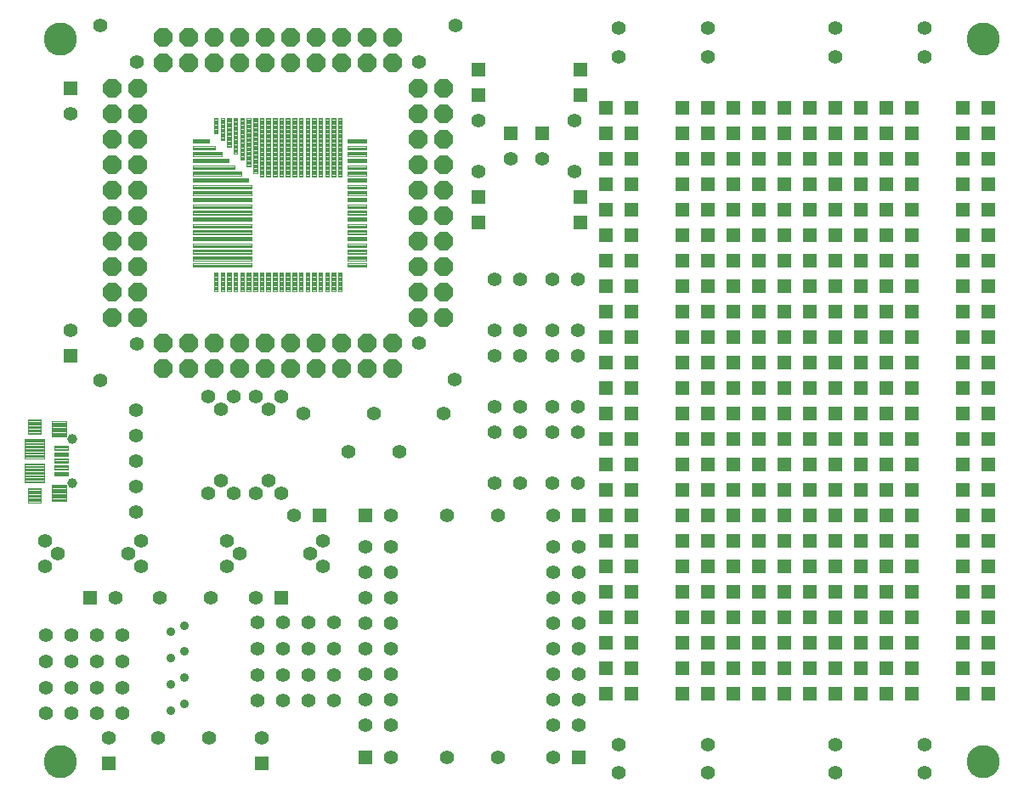
<source format=gbs>
G75*
G70*
%OFA0B0*%
%FSLAX24Y24*%
%IPPOS*%
%LPD*%
%AMOC8*
5,1,8,0,0,1.08239X$1,22.5*
%
%ADD10C,0.0555*%
%ADD11C,0.0360*%
%ADD12R,0.0555X0.0555*%
%ADD13C,0.1300*%
%ADD14C,0.0394*%
%ADD15C,0.0041*%
%ADD16C,0.0044*%
%ADD17C,0.0047*%
%ADD18C,0.0041*%
%ADD19OC8,0.0740*%
%ADD20C,0.0042*%
D10*
X008136Y005917D03*
X007670Y006872D03*
X008670Y006872D03*
X008670Y007896D03*
X007670Y007896D03*
X006670Y007896D03*
X005670Y007896D03*
X005670Y008920D03*
X006670Y008920D03*
X007670Y008920D03*
X008670Y008920D03*
X008670Y009943D03*
X007670Y009943D03*
X006670Y009943D03*
X005670Y009943D03*
X008386Y011417D03*
X009405Y012667D03*
X008905Y013167D03*
X009405Y013667D03*
X009203Y014792D03*
X009203Y015792D03*
X009203Y016792D03*
X009203Y017792D03*
X009203Y018792D03*
X007804Y019960D03*
X009218Y021374D03*
X006636Y021917D03*
X012011Y019310D03*
X012511Y018810D03*
X013011Y019310D03*
X013886Y019310D03*
X014386Y018810D03*
X014886Y019310D03*
X015761Y018667D03*
X017511Y017167D03*
X018511Y018667D03*
X019511Y017167D03*
X021261Y018667D03*
X023261Y018917D03*
X024261Y018917D03*
X025511Y018917D03*
X026511Y018917D03*
X026511Y017917D03*
X025511Y017917D03*
X024261Y017917D03*
X023261Y017917D03*
X023261Y015917D03*
X024261Y015917D03*
X025511Y015917D03*
X026511Y015917D03*
X025567Y014667D03*
X025567Y013417D03*
X025567Y012417D03*
X026567Y012417D03*
X026567Y013417D03*
X026567Y011417D03*
X025567Y011417D03*
X025567Y010417D03*
X025567Y009417D03*
X026567Y009417D03*
X026567Y010417D03*
X026567Y008417D03*
X025567Y008417D03*
X025567Y007417D03*
X025567Y006417D03*
X026567Y006417D03*
X026567Y007417D03*
X028136Y005667D03*
X028136Y004542D03*
X025567Y005167D03*
X023386Y005167D03*
X021386Y005167D03*
X019205Y005167D03*
X019205Y006417D03*
X018205Y006417D03*
X018205Y007417D03*
X019205Y007417D03*
X019205Y008417D03*
X018205Y008417D03*
X018205Y009417D03*
X019205Y009417D03*
X019205Y010417D03*
X018205Y010417D03*
X018205Y011417D03*
X019205Y011417D03*
X019205Y012417D03*
X018205Y012417D03*
X018205Y013417D03*
X019205Y013417D03*
X019205Y014667D03*
X021386Y014667D03*
X023386Y014667D03*
X016530Y013667D03*
X016030Y013167D03*
X016530Y012667D03*
X013886Y011417D03*
X013957Y010443D03*
X014957Y010443D03*
X015957Y010443D03*
X016957Y010443D03*
X016957Y009420D03*
X015957Y009420D03*
X014957Y009420D03*
X013957Y009420D03*
X013957Y008396D03*
X014957Y008396D03*
X015957Y008396D03*
X016957Y008396D03*
X016957Y007372D03*
X015957Y007372D03*
X014957Y007372D03*
X013957Y007372D03*
X014136Y005917D03*
X012063Y005917D03*
X010063Y005917D03*
X006670Y006872D03*
X005670Y006872D03*
X010136Y011417D03*
X012136Y011417D03*
X012743Y012667D03*
X013243Y013167D03*
X012743Y013667D03*
X013011Y015523D03*
X012511Y016023D03*
X012011Y015523D03*
X013886Y015523D03*
X014386Y016023D03*
X014886Y015523D03*
X015386Y014667D03*
X021688Y019990D03*
X023261Y020917D03*
X024261Y020917D03*
X025511Y020917D03*
X026511Y020917D03*
X026511Y021917D03*
X025511Y021917D03*
X024261Y021917D03*
X023261Y021917D03*
X023261Y023917D03*
X024261Y023917D03*
X025511Y023917D03*
X026511Y023917D03*
X020274Y021404D03*
X022636Y028167D03*
X023886Y028667D03*
X025136Y028667D03*
X026386Y028167D03*
X026386Y030167D03*
X028136Y032667D03*
X028136Y033792D03*
X031636Y033792D03*
X031636Y032667D03*
X036636Y032667D03*
X036636Y033792D03*
X040136Y033792D03*
X040136Y032667D03*
X022636Y030167D03*
X020304Y032460D03*
X021718Y033874D03*
X009218Y032460D03*
X007804Y033874D03*
X006636Y030417D03*
X005618Y013667D03*
X006118Y013167D03*
X005618Y012667D03*
X031636Y005667D03*
X031636Y004542D03*
X036636Y004542D03*
X036636Y005667D03*
X040136Y005667D03*
X040136Y004542D03*
D11*
X011075Y007253D03*
X010557Y006997D03*
X010557Y008021D03*
X011075Y008277D03*
X010557Y009045D03*
X011075Y009301D03*
X010557Y010068D03*
X011075Y010324D03*
D12*
X007386Y011417D03*
X014886Y011417D03*
X016386Y014667D03*
X018205Y014667D03*
X026567Y014667D03*
X027636Y014667D03*
X028636Y014667D03*
X028636Y015667D03*
X027636Y015667D03*
X027636Y016667D03*
X028636Y016667D03*
X028636Y017667D03*
X027636Y017667D03*
X027636Y018667D03*
X028636Y018667D03*
X028636Y019667D03*
X027636Y019667D03*
X027636Y020667D03*
X028636Y020667D03*
X028636Y021667D03*
X027636Y021667D03*
X027636Y022667D03*
X028636Y022667D03*
X028636Y023667D03*
X027636Y023667D03*
X027636Y024667D03*
X028636Y024667D03*
X028636Y025667D03*
X027636Y025667D03*
X026636Y026167D03*
X027636Y026667D03*
X028636Y026667D03*
X028636Y027667D03*
X027636Y027667D03*
X026636Y027167D03*
X027636Y028667D03*
X028636Y028667D03*
X028636Y029667D03*
X027636Y029667D03*
X027636Y030667D03*
X028636Y030667D03*
X026636Y031167D03*
X026636Y032167D03*
X025136Y029667D03*
X023886Y029667D03*
X022636Y031167D03*
X022636Y032167D03*
X022636Y027167D03*
X022636Y026167D03*
X030636Y026667D03*
X031636Y026667D03*
X031636Y027667D03*
X030636Y027667D03*
X030636Y028667D03*
X031636Y028667D03*
X032636Y028667D03*
X033636Y028667D03*
X034636Y028667D03*
X035636Y028667D03*
X036636Y028667D03*
X037636Y028667D03*
X038636Y028667D03*
X039636Y028667D03*
X039636Y029667D03*
X039636Y030667D03*
X038636Y030667D03*
X037636Y030667D03*
X036636Y030667D03*
X035636Y030667D03*
X034636Y030667D03*
X033636Y030667D03*
X032636Y030667D03*
X031636Y030667D03*
X030636Y030667D03*
X030636Y029667D03*
X031636Y029667D03*
X032636Y029667D03*
X033636Y029667D03*
X034636Y029667D03*
X035636Y029667D03*
X036636Y029667D03*
X037636Y029667D03*
X038636Y029667D03*
X038636Y027667D03*
X037636Y027667D03*
X036636Y027667D03*
X035636Y027667D03*
X034636Y027667D03*
X033636Y027667D03*
X032636Y027667D03*
X032636Y026667D03*
X033636Y026667D03*
X034636Y026667D03*
X035636Y026667D03*
X036636Y026667D03*
X037636Y026667D03*
X038636Y026667D03*
X039636Y026667D03*
X039636Y027667D03*
X041636Y027667D03*
X042636Y027667D03*
X042636Y026667D03*
X041636Y026667D03*
X041636Y025667D03*
X042636Y025667D03*
X042636Y024667D03*
X041636Y024667D03*
X041636Y023667D03*
X042636Y023667D03*
X042636Y022667D03*
X041636Y022667D03*
X041636Y021667D03*
X042636Y021667D03*
X042636Y020667D03*
X041636Y020667D03*
X041636Y019667D03*
X042636Y019667D03*
X042636Y018667D03*
X041636Y018667D03*
X041636Y017667D03*
X042636Y017667D03*
X042636Y016667D03*
X041636Y016667D03*
X041636Y015667D03*
X042636Y015667D03*
X042636Y014667D03*
X041636Y014667D03*
X041636Y013667D03*
X042636Y013667D03*
X042636Y012667D03*
X041636Y012667D03*
X041636Y011667D03*
X042636Y011667D03*
X042636Y010667D03*
X041636Y010667D03*
X041636Y009667D03*
X042636Y009667D03*
X042636Y008667D03*
X041636Y008667D03*
X041636Y007667D03*
X042636Y007667D03*
X039636Y007667D03*
X038636Y007667D03*
X037636Y007667D03*
X036636Y007667D03*
X035636Y007667D03*
X034636Y007667D03*
X033636Y007667D03*
X032636Y007667D03*
X031636Y007667D03*
X030636Y007667D03*
X030636Y008667D03*
X031636Y008667D03*
X031636Y009667D03*
X030636Y009667D03*
X030636Y010667D03*
X031636Y010667D03*
X032636Y010667D03*
X033636Y010667D03*
X034636Y010667D03*
X035636Y010667D03*
X036636Y010667D03*
X037636Y010667D03*
X038636Y010667D03*
X039636Y010667D03*
X039636Y011667D03*
X039636Y012667D03*
X038636Y012667D03*
X037636Y012667D03*
X036636Y012667D03*
X035636Y012667D03*
X034636Y012667D03*
X033636Y012667D03*
X032636Y012667D03*
X031636Y012667D03*
X030636Y012667D03*
X030636Y011667D03*
X031636Y011667D03*
X032636Y011667D03*
X033636Y011667D03*
X034636Y011667D03*
X035636Y011667D03*
X036636Y011667D03*
X037636Y011667D03*
X038636Y011667D03*
X038636Y013667D03*
X037636Y013667D03*
X036636Y013667D03*
X035636Y013667D03*
X034636Y013667D03*
X033636Y013667D03*
X032636Y013667D03*
X031636Y013667D03*
X030636Y013667D03*
X030636Y014667D03*
X031636Y014667D03*
X031636Y015667D03*
X030636Y015667D03*
X030636Y016667D03*
X031636Y016667D03*
X032636Y016667D03*
X033636Y016667D03*
X034636Y016667D03*
X035636Y016667D03*
X036636Y016667D03*
X037636Y016667D03*
X038636Y016667D03*
X039636Y016667D03*
X039636Y017667D03*
X039636Y018667D03*
X038636Y018667D03*
X037636Y018667D03*
X036636Y018667D03*
X035636Y018667D03*
X034636Y018667D03*
X033636Y018667D03*
X032636Y018667D03*
X031636Y018667D03*
X030636Y018667D03*
X030636Y017667D03*
X031636Y017667D03*
X032636Y017667D03*
X033636Y017667D03*
X034636Y017667D03*
X035636Y017667D03*
X036636Y017667D03*
X037636Y017667D03*
X038636Y017667D03*
X038636Y019667D03*
X037636Y019667D03*
X036636Y019667D03*
X035636Y019667D03*
X034636Y019667D03*
X033636Y019667D03*
X032636Y019667D03*
X031636Y019667D03*
X030636Y019667D03*
X030636Y020667D03*
X031636Y020667D03*
X031636Y021667D03*
X030636Y021667D03*
X030636Y022667D03*
X031636Y022667D03*
X032636Y022667D03*
X033636Y022667D03*
X034636Y022667D03*
X035636Y022667D03*
X036636Y022667D03*
X037636Y022667D03*
X038636Y022667D03*
X039636Y022667D03*
X039636Y023667D03*
X039636Y024667D03*
X038636Y024667D03*
X037636Y024667D03*
X036636Y024667D03*
X035636Y024667D03*
X034636Y024667D03*
X033636Y024667D03*
X032636Y024667D03*
X031636Y024667D03*
X030636Y024667D03*
X030636Y023667D03*
X031636Y023667D03*
X032636Y023667D03*
X033636Y023667D03*
X034636Y023667D03*
X035636Y023667D03*
X036636Y023667D03*
X037636Y023667D03*
X038636Y023667D03*
X038636Y025667D03*
X037636Y025667D03*
X036636Y025667D03*
X035636Y025667D03*
X034636Y025667D03*
X033636Y025667D03*
X032636Y025667D03*
X031636Y025667D03*
X030636Y025667D03*
X032636Y021667D03*
X033636Y021667D03*
X034636Y021667D03*
X035636Y021667D03*
X036636Y021667D03*
X037636Y021667D03*
X038636Y021667D03*
X039636Y021667D03*
X039636Y020667D03*
X038636Y020667D03*
X037636Y020667D03*
X036636Y020667D03*
X035636Y020667D03*
X034636Y020667D03*
X033636Y020667D03*
X032636Y020667D03*
X039636Y019667D03*
X039636Y015667D03*
X038636Y015667D03*
X037636Y015667D03*
X036636Y015667D03*
X035636Y015667D03*
X034636Y015667D03*
X033636Y015667D03*
X032636Y015667D03*
X032636Y014667D03*
X033636Y014667D03*
X034636Y014667D03*
X035636Y014667D03*
X036636Y014667D03*
X037636Y014667D03*
X038636Y014667D03*
X039636Y014667D03*
X039636Y013667D03*
X039636Y009667D03*
X038636Y009667D03*
X037636Y009667D03*
X036636Y009667D03*
X035636Y009667D03*
X034636Y009667D03*
X033636Y009667D03*
X032636Y009667D03*
X032636Y008667D03*
X033636Y008667D03*
X034636Y008667D03*
X035636Y008667D03*
X036636Y008667D03*
X037636Y008667D03*
X038636Y008667D03*
X039636Y008667D03*
X028636Y008667D03*
X027636Y008667D03*
X027636Y009667D03*
X028636Y009667D03*
X028636Y010667D03*
X027636Y010667D03*
X027636Y011667D03*
X028636Y011667D03*
X028636Y012667D03*
X027636Y012667D03*
X027636Y013667D03*
X028636Y013667D03*
X028636Y007667D03*
X027636Y007667D03*
X026567Y005167D03*
X018205Y005167D03*
X014136Y004917D03*
X008136Y004917D03*
X006636Y020917D03*
X006636Y031417D03*
X039636Y025667D03*
X041636Y028667D03*
X042636Y028667D03*
X042636Y029667D03*
X041636Y029667D03*
X041636Y030667D03*
X042636Y030667D03*
D13*
X006211Y004991D03*
X042431Y004991D03*
X042431Y033338D03*
X006211Y033338D03*
D14*
X006703Y017658D03*
X006703Y015926D03*
D15*
X006447Y015847D02*
X006447Y015217D01*
X005897Y015217D01*
X005897Y015847D01*
X006447Y015847D01*
X006447Y015257D02*
X005897Y015257D01*
X005897Y015297D02*
X006447Y015297D01*
X006447Y015337D02*
X005897Y015337D01*
X005897Y015377D02*
X006447Y015377D01*
X006447Y015417D02*
X005897Y015417D01*
X005897Y015457D02*
X006447Y015457D01*
X006447Y015497D02*
X005897Y015497D01*
X005897Y015537D02*
X006447Y015537D01*
X006447Y015577D02*
X005897Y015577D01*
X005897Y015617D02*
X006447Y015617D01*
X006447Y015657D02*
X005897Y015657D01*
X005897Y015697D02*
X006447Y015697D01*
X006447Y015737D02*
X005897Y015737D01*
X005897Y015777D02*
X006447Y015777D01*
X006447Y015817D02*
X005897Y015817D01*
X006447Y017737D02*
X006447Y018367D01*
X006447Y017737D02*
X005897Y017737D01*
X005897Y018367D01*
X006447Y018367D01*
X006447Y017777D02*
X005897Y017777D01*
X005897Y017817D02*
X006447Y017817D01*
X006447Y017857D02*
X005897Y017857D01*
X005897Y017897D02*
X006447Y017897D01*
X006447Y017937D02*
X005897Y017937D01*
X005897Y017977D02*
X006447Y017977D01*
X006447Y018017D02*
X005897Y018017D01*
X005897Y018057D02*
X006447Y018057D01*
X006447Y018097D02*
X005897Y018097D01*
X005897Y018137D02*
X006447Y018137D01*
X006447Y018177D02*
X005897Y018177D01*
X005897Y018217D02*
X006447Y018217D01*
X006447Y018257D02*
X005897Y018257D01*
X005897Y018297D02*
X006447Y018297D01*
X006447Y018337D02*
X005897Y018337D01*
D16*
X005461Y018423D02*
X005461Y017857D01*
X004953Y017857D01*
X004953Y018423D01*
X005461Y018423D01*
X005461Y017900D02*
X004953Y017900D01*
X004953Y017943D02*
X005461Y017943D01*
X005461Y017986D02*
X004953Y017986D01*
X004953Y018029D02*
X005461Y018029D01*
X005461Y018072D02*
X004953Y018072D01*
X004953Y018115D02*
X005461Y018115D01*
X005461Y018158D02*
X004953Y018158D01*
X004953Y018201D02*
X005461Y018201D01*
X005461Y018244D02*
X004953Y018244D01*
X004953Y018287D02*
X005461Y018287D01*
X005461Y018330D02*
X004953Y018330D01*
X004953Y018373D02*
X005461Y018373D01*
X005461Y018416D02*
X004953Y018416D01*
X005461Y015726D02*
X005461Y015160D01*
X004953Y015160D01*
X004953Y015726D01*
X005461Y015726D01*
X005461Y015203D02*
X004953Y015203D01*
X004953Y015246D02*
X005461Y015246D01*
X005461Y015289D02*
X004953Y015289D01*
X004953Y015332D02*
X005461Y015332D01*
X005461Y015375D02*
X004953Y015375D01*
X004953Y015418D02*
X005461Y015418D01*
X005461Y015461D02*
X004953Y015461D01*
X004953Y015504D02*
X005461Y015504D01*
X005461Y015547D02*
X004953Y015547D01*
X004953Y015590D02*
X005461Y015590D01*
X005461Y015633D02*
X004953Y015633D01*
X004953Y015676D02*
X005461Y015676D01*
X005461Y015719D02*
X004953Y015719D01*
D17*
X005578Y015948D02*
X005578Y016690D01*
X005578Y015948D02*
X004836Y015948D01*
X004836Y016690D01*
X005578Y016690D01*
X005578Y015994D02*
X004836Y015994D01*
X004836Y016040D02*
X005578Y016040D01*
X005578Y016086D02*
X004836Y016086D01*
X004836Y016132D02*
X005578Y016132D01*
X005578Y016178D02*
X004836Y016178D01*
X004836Y016224D02*
X005578Y016224D01*
X005578Y016270D02*
X004836Y016270D01*
X004836Y016316D02*
X005578Y016316D01*
X005578Y016362D02*
X004836Y016362D01*
X004836Y016408D02*
X005578Y016408D01*
X005578Y016454D02*
X004836Y016454D01*
X004836Y016500D02*
X005578Y016500D01*
X005578Y016546D02*
X004836Y016546D01*
X004836Y016592D02*
X005578Y016592D01*
X005578Y016638D02*
X004836Y016638D01*
X004836Y016684D02*
X005578Y016684D01*
X005578Y016893D02*
X005578Y017635D01*
X005578Y016893D02*
X004836Y016893D01*
X004836Y017635D01*
X005578Y017635D01*
X005578Y016939D02*
X004836Y016939D01*
X004836Y016985D02*
X005578Y016985D01*
X005578Y017031D02*
X004836Y017031D01*
X004836Y017077D02*
X005578Y017077D01*
X005578Y017123D02*
X004836Y017123D01*
X004836Y017169D02*
X005578Y017169D01*
X005578Y017215D02*
X004836Y017215D01*
X004836Y017261D02*
X005578Y017261D01*
X005578Y017307D02*
X004836Y017307D01*
X004836Y017353D02*
X005578Y017353D01*
X005578Y017399D02*
X004836Y017399D01*
X004836Y017445D02*
X005578Y017445D01*
X005578Y017491D02*
X004836Y017491D01*
X004836Y017537D02*
X005578Y017537D01*
X005578Y017583D02*
X004836Y017583D01*
X004836Y017629D02*
X005578Y017629D01*
D18*
X006525Y017382D02*
X006525Y017226D01*
X005995Y017226D01*
X005995Y017382D01*
X006525Y017382D01*
X006525Y017266D02*
X005995Y017266D01*
X005995Y017306D02*
X006525Y017306D01*
X006525Y017346D02*
X005995Y017346D01*
X006525Y017126D02*
X006525Y016970D01*
X005995Y016970D01*
X005995Y017126D01*
X006525Y017126D01*
X006525Y017010D02*
X005995Y017010D01*
X005995Y017050D02*
X006525Y017050D01*
X006525Y017090D02*
X005995Y017090D01*
X006525Y016870D02*
X006525Y016714D01*
X005995Y016714D01*
X005995Y016870D01*
X006525Y016870D01*
X006525Y016754D02*
X005995Y016754D01*
X005995Y016794D02*
X006525Y016794D01*
X006525Y016834D02*
X005995Y016834D01*
X006525Y016614D02*
X006525Y016458D01*
X005995Y016458D01*
X005995Y016614D01*
X006525Y016614D01*
X006525Y016498D02*
X005995Y016498D01*
X005995Y016538D02*
X006525Y016538D01*
X006525Y016578D02*
X005995Y016578D01*
X006525Y016358D02*
X006525Y016202D01*
X005995Y016202D01*
X005995Y016358D01*
X006525Y016358D01*
X006525Y016242D02*
X005995Y016242D01*
X005995Y016282D02*
X006525Y016282D01*
X006525Y016322D02*
X005995Y016322D01*
D19*
X010261Y020417D03*
X011261Y020417D03*
X012261Y020417D03*
X013261Y020417D03*
X014261Y020417D03*
X015261Y020417D03*
X016261Y020417D03*
X017261Y020417D03*
X018261Y020417D03*
X019261Y020417D03*
X019261Y021417D03*
X018261Y021417D03*
X017261Y021417D03*
X016261Y021417D03*
X015261Y021417D03*
X014261Y021417D03*
X013261Y021417D03*
X012261Y021417D03*
X011261Y021417D03*
X010261Y021417D03*
X009261Y022417D03*
X008261Y022417D03*
X008261Y023417D03*
X009261Y023417D03*
X009261Y024417D03*
X008261Y024417D03*
X008261Y025417D03*
X009261Y025417D03*
X009261Y026417D03*
X008261Y026417D03*
X008261Y027417D03*
X009261Y027417D03*
X009261Y028417D03*
X008261Y028417D03*
X008261Y029417D03*
X009261Y029417D03*
X009261Y030417D03*
X008261Y030417D03*
X008261Y031417D03*
X009261Y031417D03*
X010261Y032417D03*
X011261Y032417D03*
X012261Y032417D03*
X013261Y032417D03*
X014261Y032417D03*
X015261Y032417D03*
X016261Y032417D03*
X017261Y032417D03*
X018261Y032417D03*
X019261Y032417D03*
X019261Y033417D03*
X018261Y033417D03*
X017261Y033417D03*
X016261Y033417D03*
X015261Y033417D03*
X014261Y033417D03*
X013261Y033417D03*
X012261Y033417D03*
X011261Y033417D03*
X010261Y033417D03*
X020261Y031417D03*
X021261Y031417D03*
X021261Y030417D03*
X020261Y030417D03*
X020261Y029417D03*
X021261Y029417D03*
X021261Y028417D03*
X020261Y028417D03*
X020261Y027417D03*
X021261Y027417D03*
X021261Y026417D03*
X020261Y026417D03*
X020261Y025417D03*
X021261Y025417D03*
X021261Y024417D03*
X020261Y024417D03*
X020261Y023417D03*
X021261Y023417D03*
X021261Y022417D03*
X020261Y022417D03*
D20*
X017266Y023463D02*
X017266Y024199D01*
X017266Y023463D02*
X017118Y023463D01*
X017118Y024199D01*
X017266Y024199D01*
X017266Y023504D02*
X017118Y023504D01*
X017118Y023545D02*
X017266Y023545D01*
X017266Y023586D02*
X017118Y023586D01*
X017118Y023627D02*
X017266Y023627D01*
X017266Y023668D02*
X017118Y023668D01*
X017118Y023709D02*
X017266Y023709D01*
X017266Y023750D02*
X017118Y023750D01*
X017118Y023791D02*
X017266Y023791D01*
X017266Y023832D02*
X017118Y023832D01*
X017118Y023873D02*
X017266Y023873D01*
X017266Y023914D02*
X017118Y023914D01*
X017118Y023955D02*
X017266Y023955D01*
X017266Y023996D02*
X017118Y023996D01*
X017118Y024037D02*
X017266Y024037D01*
X017266Y024078D02*
X017118Y024078D01*
X017118Y024119D02*
X017266Y024119D01*
X017266Y024160D02*
X017118Y024160D01*
X017010Y024199D02*
X017010Y023463D01*
X016862Y023463D01*
X016862Y024199D01*
X017010Y024199D01*
X017010Y023504D02*
X016862Y023504D01*
X016862Y023545D02*
X017010Y023545D01*
X017010Y023586D02*
X016862Y023586D01*
X016862Y023627D02*
X017010Y023627D01*
X017010Y023668D02*
X016862Y023668D01*
X016862Y023709D02*
X017010Y023709D01*
X017010Y023750D02*
X016862Y023750D01*
X016862Y023791D02*
X017010Y023791D01*
X017010Y023832D02*
X016862Y023832D01*
X016862Y023873D02*
X017010Y023873D01*
X017010Y023914D02*
X016862Y023914D01*
X016862Y023955D02*
X017010Y023955D01*
X017010Y023996D02*
X016862Y023996D01*
X016862Y024037D02*
X017010Y024037D01*
X017010Y024078D02*
X016862Y024078D01*
X016862Y024119D02*
X017010Y024119D01*
X017010Y024160D02*
X016862Y024160D01*
X016755Y024199D02*
X016755Y023463D01*
X016607Y023463D01*
X016607Y024199D01*
X016755Y024199D01*
X016755Y023504D02*
X016607Y023504D01*
X016607Y023545D02*
X016755Y023545D01*
X016755Y023586D02*
X016607Y023586D01*
X016607Y023627D02*
X016755Y023627D01*
X016755Y023668D02*
X016607Y023668D01*
X016607Y023709D02*
X016755Y023709D01*
X016755Y023750D02*
X016607Y023750D01*
X016607Y023791D02*
X016755Y023791D01*
X016755Y023832D02*
X016607Y023832D01*
X016607Y023873D02*
X016755Y023873D01*
X016755Y023914D02*
X016607Y023914D01*
X016607Y023955D02*
X016755Y023955D01*
X016755Y023996D02*
X016607Y023996D01*
X016607Y024037D02*
X016755Y024037D01*
X016755Y024078D02*
X016607Y024078D01*
X016607Y024119D02*
X016755Y024119D01*
X016755Y024160D02*
X016607Y024160D01*
X016499Y024199D02*
X016499Y023463D01*
X016351Y023463D01*
X016351Y024199D01*
X016499Y024199D01*
X016499Y023504D02*
X016351Y023504D01*
X016351Y023545D02*
X016499Y023545D01*
X016499Y023586D02*
X016351Y023586D01*
X016351Y023627D02*
X016499Y023627D01*
X016499Y023668D02*
X016351Y023668D01*
X016351Y023709D02*
X016499Y023709D01*
X016499Y023750D02*
X016351Y023750D01*
X016351Y023791D02*
X016499Y023791D01*
X016499Y023832D02*
X016351Y023832D01*
X016351Y023873D02*
X016499Y023873D01*
X016499Y023914D02*
X016351Y023914D01*
X016351Y023955D02*
X016499Y023955D01*
X016499Y023996D02*
X016351Y023996D01*
X016351Y024037D02*
X016499Y024037D01*
X016499Y024078D02*
X016351Y024078D01*
X016351Y024119D02*
X016499Y024119D01*
X016499Y024160D02*
X016351Y024160D01*
X016243Y024199D02*
X016243Y023463D01*
X016095Y023463D01*
X016095Y024199D01*
X016243Y024199D01*
X016243Y023504D02*
X016095Y023504D01*
X016095Y023545D02*
X016243Y023545D01*
X016243Y023586D02*
X016095Y023586D01*
X016095Y023627D02*
X016243Y023627D01*
X016243Y023668D02*
X016095Y023668D01*
X016095Y023709D02*
X016243Y023709D01*
X016243Y023750D02*
X016095Y023750D01*
X016095Y023791D02*
X016243Y023791D01*
X016243Y023832D02*
X016095Y023832D01*
X016095Y023873D02*
X016243Y023873D01*
X016243Y023914D02*
X016095Y023914D01*
X016095Y023955D02*
X016243Y023955D01*
X016243Y023996D02*
X016095Y023996D01*
X016095Y024037D02*
X016243Y024037D01*
X016243Y024078D02*
X016095Y024078D01*
X016095Y024119D02*
X016243Y024119D01*
X016243Y024160D02*
X016095Y024160D01*
X015987Y024199D02*
X015987Y023463D01*
X015839Y023463D01*
X015839Y024199D01*
X015987Y024199D01*
X015987Y023504D02*
X015839Y023504D01*
X015839Y023545D02*
X015987Y023545D01*
X015987Y023586D02*
X015839Y023586D01*
X015839Y023627D02*
X015987Y023627D01*
X015987Y023668D02*
X015839Y023668D01*
X015839Y023709D02*
X015987Y023709D01*
X015987Y023750D02*
X015839Y023750D01*
X015839Y023791D02*
X015987Y023791D01*
X015987Y023832D02*
X015839Y023832D01*
X015839Y023873D02*
X015987Y023873D01*
X015987Y023914D02*
X015839Y023914D01*
X015839Y023955D02*
X015987Y023955D01*
X015987Y023996D02*
X015839Y023996D01*
X015839Y024037D02*
X015987Y024037D01*
X015987Y024078D02*
X015839Y024078D01*
X015839Y024119D02*
X015987Y024119D01*
X015987Y024160D02*
X015839Y024160D01*
X015731Y024199D02*
X015731Y023463D01*
X015583Y023463D01*
X015583Y024199D01*
X015731Y024199D01*
X015731Y023504D02*
X015583Y023504D01*
X015583Y023545D02*
X015731Y023545D01*
X015731Y023586D02*
X015583Y023586D01*
X015583Y023627D02*
X015731Y023627D01*
X015731Y023668D02*
X015583Y023668D01*
X015583Y023709D02*
X015731Y023709D01*
X015731Y023750D02*
X015583Y023750D01*
X015583Y023791D02*
X015731Y023791D01*
X015731Y023832D02*
X015583Y023832D01*
X015583Y023873D02*
X015731Y023873D01*
X015731Y023914D02*
X015583Y023914D01*
X015583Y023955D02*
X015731Y023955D01*
X015731Y023996D02*
X015583Y023996D01*
X015583Y024037D02*
X015731Y024037D01*
X015731Y024078D02*
X015583Y024078D01*
X015583Y024119D02*
X015731Y024119D01*
X015731Y024160D02*
X015583Y024160D01*
X015475Y024199D02*
X015475Y023463D01*
X015327Y023463D01*
X015327Y024199D01*
X015475Y024199D01*
X015475Y023504D02*
X015327Y023504D01*
X015327Y023545D02*
X015475Y023545D01*
X015475Y023586D02*
X015327Y023586D01*
X015327Y023627D02*
X015475Y023627D01*
X015475Y023668D02*
X015327Y023668D01*
X015327Y023709D02*
X015475Y023709D01*
X015475Y023750D02*
X015327Y023750D01*
X015327Y023791D02*
X015475Y023791D01*
X015475Y023832D02*
X015327Y023832D01*
X015327Y023873D02*
X015475Y023873D01*
X015475Y023914D02*
X015327Y023914D01*
X015327Y023955D02*
X015475Y023955D01*
X015475Y023996D02*
X015327Y023996D01*
X015327Y024037D02*
X015475Y024037D01*
X015475Y024078D02*
X015327Y024078D01*
X015327Y024119D02*
X015475Y024119D01*
X015475Y024160D02*
X015327Y024160D01*
X015219Y024199D02*
X015219Y023463D01*
X015071Y023463D01*
X015071Y024199D01*
X015219Y024199D01*
X015219Y023504D02*
X015071Y023504D01*
X015071Y023545D02*
X015219Y023545D01*
X015219Y023586D02*
X015071Y023586D01*
X015071Y023627D02*
X015219Y023627D01*
X015219Y023668D02*
X015071Y023668D01*
X015071Y023709D02*
X015219Y023709D01*
X015219Y023750D02*
X015071Y023750D01*
X015071Y023791D02*
X015219Y023791D01*
X015219Y023832D02*
X015071Y023832D01*
X015071Y023873D02*
X015219Y023873D01*
X015219Y023914D02*
X015071Y023914D01*
X015071Y023955D02*
X015219Y023955D01*
X015219Y023996D02*
X015071Y023996D01*
X015071Y024037D02*
X015219Y024037D01*
X015219Y024078D02*
X015071Y024078D01*
X015071Y024119D02*
X015219Y024119D01*
X015219Y024160D02*
X015071Y024160D01*
X014963Y024199D02*
X014963Y023463D01*
X014815Y023463D01*
X014815Y024199D01*
X014963Y024199D01*
X014963Y023504D02*
X014815Y023504D01*
X014815Y023545D02*
X014963Y023545D01*
X014963Y023586D02*
X014815Y023586D01*
X014815Y023627D02*
X014963Y023627D01*
X014963Y023668D02*
X014815Y023668D01*
X014815Y023709D02*
X014963Y023709D01*
X014963Y023750D02*
X014815Y023750D01*
X014815Y023791D02*
X014963Y023791D01*
X014963Y023832D02*
X014815Y023832D01*
X014815Y023873D02*
X014963Y023873D01*
X014963Y023914D02*
X014815Y023914D01*
X014815Y023955D02*
X014963Y023955D01*
X014963Y023996D02*
X014815Y023996D01*
X014815Y024037D02*
X014963Y024037D01*
X014963Y024078D02*
X014815Y024078D01*
X014815Y024119D02*
X014963Y024119D01*
X014963Y024160D02*
X014815Y024160D01*
X014707Y024199D02*
X014707Y023463D01*
X014559Y023463D01*
X014559Y024199D01*
X014707Y024199D01*
X014707Y023504D02*
X014559Y023504D01*
X014559Y023545D02*
X014707Y023545D01*
X014707Y023586D02*
X014559Y023586D01*
X014559Y023627D02*
X014707Y023627D01*
X014707Y023668D02*
X014559Y023668D01*
X014559Y023709D02*
X014707Y023709D01*
X014707Y023750D02*
X014559Y023750D01*
X014559Y023791D02*
X014707Y023791D01*
X014707Y023832D02*
X014559Y023832D01*
X014559Y023873D02*
X014707Y023873D01*
X014707Y023914D02*
X014559Y023914D01*
X014559Y023955D02*
X014707Y023955D01*
X014707Y023996D02*
X014559Y023996D01*
X014559Y024037D02*
X014707Y024037D01*
X014707Y024078D02*
X014559Y024078D01*
X014559Y024119D02*
X014707Y024119D01*
X014707Y024160D02*
X014559Y024160D01*
X014451Y024199D02*
X014451Y023463D01*
X014303Y023463D01*
X014303Y024199D01*
X014451Y024199D01*
X014451Y023504D02*
X014303Y023504D01*
X014303Y023545D02*
X014451Y023545D01*
X014451Y023586D02*
X014303Y023586D01*
X014303Y023627D02*
X014451Y023627D01*
X014451Y023668D02*
X014303Y023668D01*
X014303Y023709D02*
X014451Y023709D01*
X014451Y023750D02*
X014303Y023750D01*
X014303Y023791D02*
X014451Y023791D01*
X014451Y023832D02*
X014303Y023832D01*
X014303Y023873D02*
X014451Y023873D01*
X014451Y023914D02*
X014303Y023914D01*
X014303Y023955D02*
X014451Y023955D01*
X014451Y023996D02*
X014303Y023996D01*
X014303Y024037D02*
X014451Y024037D01*
X014451Y024078D02*
X014303Y024078D01*
X014303Y024119D02*
X014451Y024119D01*
X014451Y024160D02*
X014303Y024160D01*
X014195Y024199D02*
X014195Y023463D01*
X014047Y023463D01*
X014047Y024199D01*
X014195Y024199D01*
X014195Y023504D02*
X014047Y023504D01*
X014047Y023545D02*
X014195Y023545D01*
X014195Y023586D02*
X014047Y023586D01*
X014047Y023627D02*
X014195Y023627D01*
X014195Y023668D02*
X014047Y023668D01*
X014047Y023709D02*
X014195Y023709D01*
X014195Y023750D02*
X014047Y023750D01*
X014047Y023791D02*
X014195Y023791D01*
X014195Y023832D02*
X014047Y023832D01*
X014047Y023873D02*
X014195Y023873D01*
X014195Y023914D02*
X014047Y023914D01*
X014047Y023955D02*
X014195Y023955D01*
X014195Y023996D02*
X014047Y023996D01*
X014047Y024037D02*
X014195Y024037D01*
X014195Y024078D02*
X014047Y024078D01*
X014047Y024119D02*
X014195Y024119D01*
X014195Y024160D02*
X014047Y024160D01*
X013940Y024199D02*
X013940Y023463D01*
X013792Y023463D01*
X013792Y024199D01*
X013940Y024199D01*
X013940Y023504D02*
X013792Y023504D01*
X013792Y023545D02*
X013940Y023545D01*
X013940Y023586D02*
X013792Y023586D01*
X013792Y023627D02*
X013940Y023627D01*
X013940Y023668D02*
X013792Y023668D01*
X013792Y023709D02*
X013940Y023709D01*
X013940Y023750D02*
X013792Y023750D01*
X013792Y023791D02*
X013940Y023791D01*
X013940Y023832D02*
X013792Y023832D01*
X013792Y023873D02*
X013940Y023873D01*
X013940Y023914D02*
X013792Y023914D01*
X013792Y023955D02*
X013940Y023955D01*
X013940Y023996D02*
X013792Y023996D01*
X013792Y024037D02*
X013940Y024037D01*
X013940Y024078D02*
X013792Y024078D01*
X013792Y024119D02*
X013940Y024119D01*
X013940Y024160D02*
X013792Y024160D01*
X013684Y024199D02*
X013684Y023463D01*
X013536Y023463D01*
X013536Y024199D01*
X013684Y024199D01*
X013684Y023504D02*
X013536Y023504D01*
X013536Y023545D02*
X013684Y023545D01*
X013684Y023586D02*
X013536Y023586D01*
X013536Y023627D02*
X013684Y023627D01*
X013684Y023668D02*
X013536Y023668D01*
X013536Y023709D02*
X013684Y023709D01*
X013684Y023750D02*
X013536Y023750D01*
X013536Y023791D02*
X013684Y023791D01*
X013684Y023832D02*
X013536Y023832D01*
X013536Y023873D02*
X013684Y023873D01*
X013684Y023914D02*
X013536Y023914D01*
X013536Y023955D02*
X013684Y023955D01*
X013684Y023996D02*
X013536Y023996D01*
X013536Y024037D02*
X013684Y024037D01*
X013684Y024078D02*
X013536Y024078D01*
X013536Y024119D02*
X013684Y024119D01*
X013684Y024160D02*
X013536Y024160D01*
X013428Y024199D02*
X013428Y023463D01*
X013280Y023463D01*
X013280Y024199D01*
X013428Y024199D01*
X013428Y023504D02*
X013280Y023504D01*
X013280Y023545D02*
X013428Y023545D01*
X013428Y023586D02*
X013280Y023586D01*
X013280Y023627D02*
X013428Y023627D01*
X013428Y023668D02*
X013280Y023668D01*
X013280Y023709D02*
X013428Y023709D01*
X013428Y023750D02*
X013280Y023750D01*
X013280Y023791D02*
X013428Y023791D01*
X013428Y023832D02*
X013280Y023832D01*
X013280Y023873D02*
X013428Y023873D01*
X013428Y023914D02*
X013280Y023914D01*
X013280Y023955D02*
X013428Y023955D01*
X013428Y023996D02*
X013280Y023996D01*
X013280Y024037D02*
X013428Y024037D01*
X013428Y024078D02*
X013280Y024078D01*
X013280Y024119D02*
X013428Y024119D01*
X013428Y024160D02*
X013280Y024160D01*
X013172Y024199D02*
X013172Y023463D01*
X013024Y023463D01*
X013024Y024199D01*
X013172Y024199D01*
X013172Y023504D02*
X013024Y023504D01*
X013024Y023545D02*
X013172Y023545D01*
X013172Y023586D02*
X013024Y023586D01*
X013024Y023627D02*
X013172Y023627D01*
X013172Y023668D02*
X013024Y023668D01*
X013024Y023709D02*
X013172Y023709D01*
X013172Y023750D02*
X013024Y023750D01*
X013024Y023791D02*
X013172Y023791D01*
X013172Y023832D02*
X013024Y023832D01*
X013024Y023873D02*
X013172Y023873D01*
X013172Y023914D02*
X013024Y023914D01*
X013024Y023955D02*
X013172Y023955D01*
X013172Y023996D02*
X013024Y023996D01*
X013024Y024037D02*
X013172Y024037D01*
X013172Y024078D02*
X013024Y024078D01*
X013024Y024119D02*
X013172Y024119D01*
X013172Y024160D02*
X013024Y024160D01*
X012916Y024199D02*
X012916Y023463D01*
X012768Y023463D01*
X012768Y024199D01*
X012916Y024199D01*
X012916Y023504D02*
X012768Y023504D01*
X012768Y023545D02*
X012916Y023545D01*
X012916Y023586D02*
X012768Y023586D01*
X012768Y023627D02*
X012916Y023627D01*
X012916Y023668D02*
X012768Y023668D01*
X012768Y023709D02*
X012916Y023709D01*
X012916Y023750D02*
X012768Y023750D01*
X012768Y023791D02*
X012916Y023791D01*
X012916Y023832D02*
X012768Y023832D01*
X012768Y023873D02*
X012916Y023873D01*
X012916Y023914D02*
X012768Y023914D01*
X012768Y023955D02*
X012916Y023955D01*
X012916Y023996D02*
X012768Y023996D01*
X012768Y024037D02*
X012916Y024037D01*
X012916Y024078D02*
X012768Y024078D01*
X012768Y024119D02*
X012916Y024119D01*
X012916Y024160D02*
X012768Y024160D01*
X012660Y024199D02*
X012660Y023463D01*
X012512Y023463D01*
X012512Y024199D01*
X012660Y024199D01*
X012660Y023504D02*
X012512Y023504D01*
X012512Y023545D02*
X012660Y023545D01*
X012660Y023586D02*
X012512Y023586D01*
X012512Y023627D02*
X012660Y023627D01*
X012660Y023668D02*
X012512Y023668D01*
X012512Y023709D02*
X012660Y023709D01*
X012660Y023750D02*
X012512Y023750D01*
X012512Y023791D02*
X012660Y023791D01*
X012660Y023832D02*
X012512Y023832D01*
X012512Y023873D02*
X012660Y023873D01*
X012660Y023914D02*
X012512Y023914D01*
X012512Y023955D02*
X012660Y023955D01*
X012660Y023996D02*
X012512Y023996D01*
X012512Y024037D02*
X012660Y024037D01*
X012660Y024078D02*
X012512Y024078D01*
X012512Y024119D02*
X012660Y024119D01*
X012660Y024160D02*
X012512Y024160D01*
X011416Y024412D02*
X013726Y024412D01*
X011416Y024412D02*
X011416Y024560D01*
X013726Y024560D01*
X013726Y024412D01*
X013726Y024453D02*
X011416Y024453D01*
X011416Y024494D02*
X013726Y024494D01*
X013726Y024535D02*
X011416Y024535D01*
X012404Y024199D02*
X012404Y023463D01*
X012256Y023463D01*
X012256Y024199D01*
X012404Y024199D01*
X012404Y023504D02*
X012256Y023504D01*
X012256Y023545D02*
X012404Y023545D01*
X012404Y023586D02*
X012256Y023586D01*
X012256Y023627D02*
X012404Y023627D01*
X012404Y023668D02*
X012256Y023668D01*
X012256Y023709D02*
X012404Y023709D01*
X012404Y023750D02*
X012256Y023750D01*
X012256Y023791D02*
X012404Y023791D01*
X012404Y023832D02*
X012256Y023832D01*
X012256Y023873D02*
X012404Y023873D01*
X012404Y023914D02*
X012256Y023914D01*
X012256Y023955D02*
X012404Y023955D01*
X012404Y023996D02*
X012256Y023996D01*
X012256Y024037D02*
X012404Y024037D01*
X012404Y024078D02*
X012256Y024078D01*
X012256Y024119D02*
X012404Y024119D01*
X012404Y024160D02*
X012256Y024160D01*
X011416Y024667D02*
X013726Y024667D01*
X011416Y024667D02*
X011416Y024815D01*
X013726Y024815D01*
X013726Y024667D01*
X013726Y024708D02*
X011416Y024708D01*
X011416Y024749D02*
X013726Y024749D01*
X013726Y024790D02*
X011416Y024790D01*
X011416Y024923D02*
X013726Y024923D01*
X011416Y024923D02*
X011416Y025071D01*
X013726Y025071D01*
X013726Y024923D01*
X013726Y024964D02*
X011416Y024964D01*
X011416Y025005D02*
X013726Y025005D01*
X013726Y025046D02*
X011416Y025046D01*
X011416Y025179D02*
X013726Y025179D01*
X011416Y025179D02*
X011416Y025327D01*
X013726Y025327D01*
X013726Y025179D01*
X013726Y025220D02*
X011416Y025220D01*
X011416Y025261D02*
X013726Y025261D01*
X013726Y025302D02*
X011416Y025302D01*
X011416Y025435D02*
X013726Y025435D01*
X011416Y025435D02*
X011416Y025583D01*
X013726Y025583D01*
X013726Y025435D01*
X013726Y025476D02*
X011416Y025476D01*
X011416Y025517D02*
X013726Y025517D01*
X013726Y025558D02*
X011416Y025558D01*
X011416Y025691D02*
X013726Y025691D01*
X011416Y025691D02*
X011416Y025839D01*
X013726Y025839D01*
X013726Y025691D01*
X013726Y025732D02*
X011416Y025732D01*
X011416Y025773D02*
X013726Y025773D01*
X013726Y025814D02*
X011416Y025814D01*
X011416Y025947D02*
X013726Y025947D01*
X011416Y025947D02*
X011416Y026095D01*
X013726Y026095D01*
X013726Y025947D01*
X013726Y025988D02*
X011416Y025988D01*
X011416Y026029D02*
X013726Y026029D01*
X013726Y026070D02*
X011416Y026070D01*
X011416Y026203D02*
X013726Y026203D01*
X011416Y026203D02*
X011416Y026351D01*
X013726Y026351D01*
X013726Y026203D01*
X013726Y026244D02*
X011416Y026244D01*
X011416Y026285D02*
X013726Y026285D01*
X013726Y026326D02*
X011416Y026326D01*
X011416Y026607D02*
X013726Y026607D01*
X013726Y026459D01*
X011416Y026459D01*
X011416Y026607D01*
X011416Y026500D02*
X013726Y026500D01*
X013726Y026541D02*
X011416Y026541D01*
X011416Y026582D02*
X013726Y026582D01*
X013726Y026863D02*
X011416Y026863D01*
X013726Y026863D02*
X013726Y026715D01*
X011416Y026715D01*
X011416Y026863D01*
X011416Y026756D02*
X013726Y026756D01*
X013726Y026797D02*
X011416Y026797D01*
X011416Y026838D02*
X013726Y026838D01*
X013726Y027119D02*
X011416Y027119D01*
X013726Y027119D02*
X013726Y026971D01*
X011416Y026971D01*
X011416Y027119D01*
X011416Y027012D02*
X013726Y027012D01*
X013726Y027053D02*
X011416Y027053D01*
X011416Y027094D02*
X013726Y027094D01*
X013726Y027375D02*
X011416Y027375D01*
X013726Y027375D02*
X013726Y027227D01*
X011416Y027227D01*
X011416Y027375D01*
X011416Y027268D02*
X013726Y027268D01*
X013726Y027309D02*
X011416Y027309D01*
X011416Y027350D02*
X013726Y027350D01*
X013726Y027630D02*
X011416Y027630D01*
X013726Y027630D02*
X013726Y027482D01*
X011416Y027482D01*
X011416Y027630D01*
X011416Y027523D02*
X013726Y027523D01*
X013726Y027564D02*
X011416Y027564D01*
X011416Y027605D02*
X013726Y027605D01*
X013578Y027886D02*
X011416Y027886D01*
X013578Y027886D02*
X013578Y027738D01*
X011416Y027738D01*
X011416Y027886D01*
X011416Y027779D02*
X013578Y027779D01*
X013578Y027820D02*
X011416Y027820D01*
X011416Y027861D02*
X013578Y027861D01*
X013322Y028142D02*
X011416Y028142D01*
X013322Y028142D02*
X013322Y027994D01*
X011416Y027994D01*
X011416Y028142D01*
X011416Y028035D02*
X013322Y028035D01*
X013322Y028076D02*
X011416Y028076D01*
X011416Y028117D02*
X013322Y028117D01*
X013068Y028398D02*
X011416Y028398D01*
X013068Y028398D02*
X013068Y028250D01*
X011416Y028250D01*
X011416Y028398D01*
X011416Y028291D02*
X013068Y028291D01*
X013068Y028332D02*
X011416Y028332D01*
X011416Y028373D02*
X013068Y028373D01*
X012812Y028654D02*
X011416Y028654D01*
X012812Y028654D02*
X012812Y028506D01*
X011416Y028506D01*
X011416Y028654D01*
X011416Y028547D02*
X012812Y028547D01*
X012812Y028588D02*
X011416Y028588D01*
X011416Y028629D02*
X012812Y028629D01*
X012556Y028910D02*
X011416Y028910D01*
X012556Y028910D02*
X012556Y028762D01*
X011416Y028762D01*
X011416Y028910D01*
X011416Y028803D02*
X012556Y028803D01*
X012556Y028844D02*
X011416Y028844D01*
X011416Y028885D02*
X012556Y028885D01*
X012300Y029166D02*
X011416Y029166D01*
X012300Y029166D02*
X012300Y029018D01*
X011416Y029018D01*
X011416Y029166D01*
X011416Y029059D02*
X012300Y029059D01*
X012300Y029100D02*
X011416Y029100D01*
X011416Y029141D02*
X012300Y029141D01*
X012044Y029274D02*
X011416Y029274D01*
X011416Y029422D01*
X012044Y029422D01*
X012044Y029274D01*
X012044Y029315D02*
X011416Y029315D01*
X011416Y029356D02*
X012044Y029356D01*
X012044Y029397D02*
X011416Y029397D01*
X012256Y029634D02*
X012256Y030262D01*
X012404Y030262D01*
X012404Y029634D01*
X012256Y029634D01*
X012256Y029675D02*
X012404Y029675D01*
X012404Y029716D02*
X012256Y029716D01*
X012256Y029757D02*
X012404Y029757D01*
X012404Y029798D02*
X012256Y029798D01*
X012256Y029839D02*
X012404Y029839D01*
X012404Y029880D02*
X012256Y029880D01*
X012256Y029921D02*
X012404Y029921D01*
X012404Y029962D02*
X012256Y029962D01*
X012256Y030003D02*
X012404Y030003D01*
X012404Y030044D02*
X012256Y030044D01*
X012256Y030085D02*
X012404Y030085D01*
X012404Y030126D02*
X012256Y030126D01*
X012256Y030167D02*
X012404Y030167D01*
X012404Y030208D02*
X012256Y030208D01*
X012256Y030249D02*
X012404Y030249D01*
X012512Y030262D02*
X012512Y029378D01*
X012512Y030262D02*
X012660Y030262D01*
X012660Y029378D01*
X012512Y029378D01*
X012512Y029419D02*
X012660Y029419D01*
X012660Y029460D02*
X012512Y029460D01*
X012512Y029501D02*
X012660Y029501D01*
X012660Y029542D02*
X012512Y029542D01*
X012512Y029583D02*
X012660Y029583D01*
X012660Y029624D02*
X012512Y029624D01*
X012512Y029665D02*
X012660Y029665D01*
X012660Y029706D02*
X012512Y029706D01*
X012512Y029747D02*
X012660Y029747D01*
X012660Y029788D02*
X012512Y029788D01*
X012512Y029829D02*
X012660Y029829D01*
X012660Y029870D02*
X012512Y029870D01*
X012512Y029911D02*
X012660Y029911D01*
X012660Y029952D02*
X012512Y029952D01*
X012512Y029993D02*
X012660Y029993D01*
X012660Y030034D02*
X012512Y030034D01*
X012512Y030075D02*
X012660Y030075D01*
X012660Y030116D02*
X012512Y030116D01*
X012512Y030157D02*
X012660Y030157D01*
X012660Y030198D02*
X012512Y030198D01*
X012512Y030239D02*
X012660Y030239D01*
X012768Y030262D02*
X012768Y029122D01*
X012768Y030262D02*
X012916Y030262D01*
X012916Y029122D01*
X012768Y029122D01*
X012768Y029163D02*
X012916Y029163D01*
X012916Y029204D02*
X012768Y029204D01*
X012768Y029245D02*
X012916Y029245D01*
X012916Y029286D02*
X012768Y029286D01*
X012768Y029327D02*
X012916Y029327D01*
X012916Y029368D02*
X012768Y029368D01*
X012768Y029409D02*
X012916Y029409D01*
X012916Y029450D02*
X012768Y029450D01*
X012768Y029491D02*
X012916Y029491D01*
X012916Y029532D02*
X012768Y029532D01*
X012768Y029573D02*
X012916Y029573D01*
X012916Y029614D02*
X012768Y029614D01*
X012768Y029655D02*
X012916Y029655D01*
X012916Y029696D02*
X012768Y029696D01*
X012768Y029737D02*
X012916Y029737D01*
X012916Y029778D02*
X012768Y029778D01*
X012768Y029819D02*
X012916Y029819D01*
X012916Y029860D02*
X012768Y029860D01*
X012768Y029901D02*
X012916Y029901D01*
X012916Y029942D02*
X012768Y029942D01*
X012768Y029983D02*
X012916Y029983D01*
X012916Y030024D02*
X012768Y030024D01*
X012768Y030065D02*
X012916Y030065D01*
X012916Y030106D02*
X012768Y030106D01*
X012768Y030147D02*
X012916Y030147D01*
X012916Y030188D02*
X012768Y030188D01*
X012768Y030229D02*
X012916Y030229D01*
X013024Y030262D02*
X013024Y028866D01*
X013024Y030262D02*
X013172Y030262D01*
X013172Y028866D01*
X013024Y028866D01*
X013024Y028907D02*
X013172Y028907D01*
X013172Y028948D02*
X013024Y028948D01*
X013024Y028989D02*
X013172Y028989D01*
X013172Y029030D02*
X013024Y029030D01*
X013024Y029071D02*
X013172Y029071D01*
X013172Y029112D02*
X013024Y029112D01*
X013024Y029153D02*
X013172Y029153D01*
X013172Y029194D02*
X013024Y029194D01*
X013024Y029235D02*
X013172Y029235D01*
X013172Y029276D02*
X013024Y029276D01*
X013024Y029317D02*
X013172Y029317D01*
X013172Y029358D02*
X013024Y029358D01*
X013024Y029399D02*
X013172Y029399D01*
X013172Y029440D02*
X013024Y029440D01*
X013024Y029481D02*
X013172Y029481D01*
X013172Y029522D02*
X013024Y029522D01*
X013024Y029563D02*
X013172Y029563D01*
X013172Y029604D02*
X013024Y029604D01*
X013024Y029645D02*
X013172Y029645D01*
X013172Y029686D02*
X013024Y029686D01*
X013024Y029727D02*
X013172Y029727D01*
X013172Y029768D02*
X013024Y029768D01*
X013024Y029809D02*
X013172Y029809D01*
X013172Y029850D02*
X013024Y029850D01*
X013024Y029891D02*
X013172Y029891D01*
X013172Y029932D02*
X013024Y029932D01*
X013024Y029973D02*
X013172Y029973D01*
X013172Y030014D02*
X013024Y030014D01*
X013024Y030055D02*
X013172Y030055D01*
X013172Y030096D02*
X013024Y030096D01*
X013024Y030137D02*
X013172Y030137D01*
X013172Y030178D02*
X013024Y030178D01*
X013024Y030219D02*
X013172Y030219D01*
X013172Y030260D02*
X013024Y030260D01*
X013280Y030262D02*
X013280Y028610D01*
X013280Y030262D02*
X013428Y030262D01*
X013428Y028610D01*
X013280Y028610D01*
X013280Y028651D02*
X013428Y028651D01*
X013428Y028692D02*
X013280Y028692D01*
X013280Y028733D02*
X013428Y028733D01*
X013428Y028774D02*
X013280Y028774D01*
X013280Y028815D02*
X013428Y028815D01*
X013428Y028856D02*
X013280Y028856D01*
X013280Y028897D02*
X013428Y028897D01*
X013428Y028938D02*
X013280Y028938D01*
X013280Y028979D02*
X013428Y028979D01*
X013428Y029020D02*
X013280Y029020D01*
X013280Y029061D02*
X013428Y029061D01*
X013428Y029102D02*
X013280Y029102D01*
X013280Y029143D02*
X013428Y029143D01*
X013428Y029184D02*
X013280Y029184D01*
X013280Y029225D02*
X013428Y029225D01*
X013428Y029266D02*
X013280Y029266D01*
X013280Y029307D02*
X013428Y029307D01*
X013428Y029348D02*
X013280Y029348D01*
X013280Y029389D02*
X013428Y029389D01*
X013428Y029430D02*
X013280Y029430D01*
X013280Y029471D02*
X013428Y029471D01*
X013428Y029512D02*
X013280Y029512D01*
X013280Y029553D02*
X013428Y029553D01*
X013428Y029594D02*
X013280Y029594D01*
X013280Y029635D02*
X013428Y029635D01*
X013428Y029676D02*
X013280Y029676D01*
X013280Y029717D02*
X013428Y029717D01*
X013428Y029758D02*
X013280Y029758D01*
X013280Y029799D02*
X013428Y029799D01*
X013428Y029840D02*
X013280Y029840D01*
X013280Y029881D02*
X013428Y029881D01*
X013428Y029922D02*
X013280Y029922D01*
X013280Y029963D02*
X013428Y029963D01*
X013428Y030004D02*
X013280Y030004D01*
X013280Y030045D02*
X013428Y030045D01*
X013428Y030086D02*
X013280Y030086D01*
X013280Y030127D02*
X013428Y030127D01*
X013428Y030168D02*
X013280Y030168D01*
X013280Y030209D02*
X013428Y030209D01*
X013428Y030250D02*
X013280Y030250D01*
X013536Y030261D02*
X013536Y028355D01*
X013536Y030261D02*
X013684Y030261D01*
X013684Y028355D01*
X013536Y028355D01*
X013536Y028396D02*
X013684Y028396D01*
X013684Y028437D02*
X013536Y028437D01*
X013536Y028478D02*
X013684Y028478D01*
X013684Y028519D02*
X013536Y028519D01*
X013536Y028560D02*
X013684Y028560D01*
X013684Y028601D02*
X013536Y028601D01*
X013536Y028642D02*
X013684Y028642D01*
X013684Y028683D02*
X013536Y028683D01*
X013536Y028724D02*
X013684Y028724D01*
X013684Y028765D02*
X013536Y028765D01*
X013536Y028806D02*
X013684Y028806D01*
X013684Y028847D02*
X013536Y028847D01*
X013536Y028888D02*
X013684Y028888D01*
X013684Y028929D02*
X013536Y028929D01*
X013536Y028970D02*
X013684Y028970D01*
X013684Y029011D02*
X013536Y029011D01*
X013536Y029052D02*
X013684Y029052D01*
X013684Y029093D02*
X013536Y029093D01*
X013536Y029134D02*
X013684Y029134D01*
X013684Y029175D02*
X013536Y029175D01*
X013536Y029216D02*
X013684Y029216D01*
X013684Y029257D02*
X013536Y029257D01*
X013536Y029298D02*
X013684Y029298D01*
X013684Y029339D02*
X013536Y029339D01*
X013536Y029380D02*
X013684Y029380D01*
X013684Y029421D02*
X013536Y029421D01*
X013536Y029462D02*
X013684Y029462D01*
X013684Y029503D02*
X013536Y029503D01*
X013536Y029544D02*
X013684Y029544D01*
X013684Y029585D02*
X013536Y029585D01*
X013536Y029626D02*
X013684Y029626D01*
X013684Y029667D02*
X013536Y029667D01*
X013536Y029708D02*
X013684Y029708D01*
X013684Y029749D02*
X013536Y029749D01*
X013536Y029790D02*
X013684Y029790D01*
X013684Y029831D02*
X013536Y029831D01*
X013536Y029872D02*
X013684Y029872D01*
X013684Y029913D02*
X013536Y029913D01*
X013536Y029954D02*
X013684Y029954D01*
X013684Y029995D02*
X013536Y029995D01*
X013536Y030036D02*
X013684Y030036D01*
X013684Y030077D02*
X013536Y030077D01*
X013536Y030118D02*
X013684Y030118D01*
X013684Y030159D02*
X013536Y030159D01*
X013536Y030200D02*
X013684Y030200D01*
X013684Y030241D02*
X013536Y030241D01*
X013792Y030261D02*
X013792Y028099D01*
X013792Y030261D02*
X013940Y030261D01*
X013940Y028099D01*
X013792Y028099D01*
X013792Y028140D02*
X013940Y028140D01*
X013940Y028181D02*
X013792Y028181D01*
X013792Y028222D02*
X013940Y028222D01*
X013940Y028263D02*
X013792Y028263D01*
X013792Y028304D02*
X013940Y028304D01*
X013940Y028345D02*
X013792Y028345D01*
X013792Y028386D02*
X013940Y028386D01*
X013940Y028427D02*
X013792Y028427D01*
X013792Y028468D02*
X013940Y028468D01*
X013940Y028509D02*
X013792Y028509D01*
X013792Y028550D02*
X013940Y028550D01*
X013940Y028591D02*
X013792Y028591D01*
X013792Y028632D02*
X013940Y028632D01*
X013940Y028673D02*
X013792Y028673D01*
X013792Y028714D02*
X013940Y028714D01*
X013940Y028755D02*
X013792Y028755D01*
X013792Y028796D02*
X013940Y028796D01*
X013940Y028837D02*
X013792Y028837D01*
X013792Y028878D02*
X013940Y028878D01*
X013940Y028919D02*
X013792Y028919D01*
X013792Y028960D02*
X013940Y028960D01*
X013940Y029001D02*
X013792Y029001D01*
X013792Y029042D02*
X013940Y029042D01*
X013940Y029083D02*
X013792Y029083D01*
X013792Y029124D02*
X013940Y029124D01*
X013940Y029165D02*
X013792Y029165D01*
X013792Y029206D02*
X013940Y029206D01*
X013940Y029247D02*
X013792Y029247D01*
X013792Y029288D02*
X013940Y029288D01*
X013940Y029329D02*
X013792Y029329D01*
X013792Y029370D02*
X013940Y029370D01*
X013940Y029411D02*
X013792Y029411D01*
X013792Y029452D02*
X013940Y029452D01*
X013940Y029493D02*
X013792Y029493D01*
X013792Y029534D02*
X013940Y029534D01*
X013940Y029575D02*
X013792Y029575D01*
X013792Y029616D02*
X013940Y029616D01*
X013940Y029657D02*
X013792Y029657D01*
X013792Y029698D02*
X013940Y029698D01*
X013940Y029739D02*
X013792Y029739D01*
X013792Y029780D02*
X013940Y029780D01*
X013940Y029821D02*
X013792Y029821D01*
X013792Y029862D02*
X013940Y029862D01*
X013940Y029903D02*
X013792Y029903D01*
X013792Y029944D02*
X013940Y029944D01*
X013940Y029985D02*
X013792Y029985D01*
X013792Y030026D02*
X013940Y030026D01*
X013940Y030067D02*
X013792Y030067D01*
X013792Y030108D02*
X013940Y030108D01*
X013940Y030149D02*
X013792Y030149D01*
X013792Y030190D02*
X013940Y030190D01*
X013940Y030231D02*
X013792Y030231D01*
X014047Y030262D02*
X014047Y027952D01*
X014047Y030262D02*
X014195Y030262D01*
X014195Y027952D01*
X014047Y027952D01*
X014047Y027993D02*
X014195Y027993D01*
X014195Y028034D02*
X014047Y028034D01*
X014047Y028075D02*
X014195Y028075D01*
X014195Y028116D02*
X014047Y028116D01*
X014047Y028157D02*
X014195Y028157D01*
X014195Y028198D02*
X014047Y028198D01*
X014047Y028239D02*
X014195Y028239D01*
X014195Y028280D02*
X014047Y028280D01*
X014047Y028321D02*
X014195Y028321D01*
X014195Y028362D02*
X014047Y028362D01*
X014047Y028403D02*
X014195Y028403D01*
X014195Y028444D02*
X014047Y028444D01*
X014047Y028485D02*
X014195Y028485D01*
X014195Y028526D02*
X014047Y028526D01*
X014047Y028567D02*
X014195Y028567D01*
X014195Y028608D02*
X014047Y028608D01*
X014047Y028649D02*
X014195Y028649D01*
X014195Y028690D02*
X014047Y028690D01*
X014047Y028731D02*
X014195Y028731D01*
X014195Y028772D02*
X014047Y028772D01*
X014047Y028813D02*
X014195Y028813D01*
X014195Y028854D02*
X014047Y028854D01*
X014047Y028895D02*
X014195Y028895D01*
X014195Y028936D02*
X014047Y028936D01*
X014047Y028977D02*
X014195Y028977D01*
X014195Y029018D02*
X014047Y029018D01*
X014047Y029059D02*
X014195Y029059D01*
X014195Y029100D02*
X014047Y029100D01*
X014047Y029141D02*
X014195Y029141D01*
X014195Y029182D02*
X014047Y029182D01*
X014047Y029223D02*
X014195Y029223D01*
X014195Y029264D02*
X014047Y029264D01*
X014047Y029305D02*
X014195Y029305D01*
X014195Y029346D02*
X014047Y029346D01*
X014047Y029387D02*
X014195Y029387D01*
X014195Y029428D02*
X014047Y029428D01*
X014047Y029469D02*
X014195Y029469D01*
X014195Y029510D02*
X014047Y029510D01*
X014047Y029551D02*
X014195Y029551D01*
X014195Y029592D02*
X014047Y029592D01*
X014047Y029633D02*
X014195Y029633D01*
X014195Y029674D02*
X014047Y029674D01*
X014047Y029715D02*
X014195Y029715D01*
X014195Y029756D02*
X014047Y029756D01*
X014047Y029797D02*
X014195Y029797D01*
X014195Y029838D02*
X014047Y029838D01*
X014047Y029879D02*
X014195Y029879D01*
X014195Y029920D02*
X014047Y029920D01*
X014047Y029961D02*
X014195Y029961D01*
X014195Y030002D02*
X014047Y030002D01*
X014047Y030043D02*
X014195Y030043D01*
X014195Y030084D02*
X014047Y030084D01*
X014047Y030125D02*
X014195Y030125D01*
X014195Y030166D02*
X014047Y030166D01*
X014047Y030207D02*
X014195Y030207D01*
X014195Y030248D02*
X014047Y030248D01*
X014303Y030262D02*
X014303Y027952D01*
X014303Y030262D02*
X014451Y030262D01*
X014451Y027952D01*
X014303Y027952D01*
X014303Y027993D02*
X014451Y027993D01*
X014451Y028034D02*
X014303Y028034D01*
X014303Y028075D02*
X014451Y028075D01*
X014451Y028116D02*
X014303Y028116D01*
X014303Y028157D02*
X014451Y028157D01*
X014451Y028198D02*
X014303Y028198D01*
X014303Y028239D02*
X014451Y028239D01*
X014451Y028280D02*
X014303Y028280D01*
X014303Y028321D02*
X014451Y028321D01*
X014451Y028362D02*
X014303Y028362D01*
X014303Y028403D02*
X014451Y028403D01*
X014451Y028444D02*
X014303Y028444D01*
X014303Y028485D02*
X014451Y028485D01*
X014451Y028526D02*
X014303Y028526D01*
X014303Y028567D02*
X014451Y028567D01*
X014451Y028608D02*
X014303Y028608D01*
X014303Y028649D02*
X014451Y028649D01*
X014451Y028690D02*
X014303Y028690D01*
X014303Y028731D02*
X014451Y028731D01*
X014451Y028772D02*
X014303Y028772D01*
X014303Y028813D02*
X014451Y028813D01*
X014451Y028854D02*
X014303Y028854D01*
X014303Y028895D02*
X014451Y028895D01*
X014451Y028936D02*
X014303Y028936D01*
X014303Y028977D02*
X014451Y028977D01*
X014451Y029018D02*
X014303Y029018D01*
X014303Y029059D02*
X014451Y029059D01*
X014451Y029100D02*
X014303Y029100D01*
X014303Y029141D02*
X014451Y029141D01*
X014451Y029182D02*
X014303Y029182D01*
X014303Y029223D02*
X014451Y029223D01*
X014451Y029264D02*
X014303Y029264D01*
X014303Y029305D02*
X014451Y029305D01*
X014451Y029346D02*
X014303Y029346D01*
X014303Y029387D02*
X014451Y029387D01*
X014451Y029428D02*
X014303Y029428D01*
X014303Y029469D02*
X014451Y029469D01*
X014451Y029510D02*
X014303Y029510D01*
X014303Y029551D02*
X014451Y029551D01*
X014451Y029592D02*
X014303Y029592D01*
X014303Y029633D02*
X014451Y029633D01*
X014451Y029674D02*
X014303Y029674D01*
X014303Y029715D02*
X014451Y029715D01*
X014451Y029756D02*
X014303Y029756D01*
X014303Y029797D02*
X014451Y029797D01*
X014451Y029838D02*
X014303Y029838D01*
X014303Y029879D02*
X014451Y029879D01*
X014451Y029920D02*
X014303Y029920D01*
X014303Y029961D02*
X014451Y029961D01*
X014451Y030002D02*
X014303Y030002D01*
X014303Y030043D02*
X014451Y030043D01*
X014451Y030084D02*
X014303Y030084D01*
X014303Y030125D02*
X014451Y030125D01*
X014451Y030166D02*
X014303Y030166D01*
X014303Y030207D02*
X014451Y030207D01*
X014451Y030248D02*
X014303Y030248D01*
X014559Y030262D02*
X014559Y027952D01*
X014559Y030262D02*
X014707Y030262D01*
X014707Y027952D01*
X014559Y027952D01*
X014559Y027993D02*
X014707Y027993D01*
X014707Y028034D02*
X014559Y028034D01*
X014559Y028075D02*
X014707Y028075D01*
X014707Y028116D02*
X014559Y028116D01*
X014559Y028157D02*
X014707Y028157D01*
X014707Y028198D02*
X014559Y028198D01*
X014559Y028239D02*
X014707Y028239D01*
X014707Y028280D02*
X014559Y028280D01*
X014559Y028321D02*
X014707Y028321D01*
X014707Y028362D02*
X014559Y028362D01*
X014559Y028403D02*
X014707Y028403D01*
X014707Y028444D02*
X014559Y028444D01*
X014559Y028485D02*
X014707Y028485D01*
X014707Y028526D02*
X014559Y028526D01*
X014559Y028567D02*
X014707Y028567D01*
X014707Y028608D02*
X014559Y028608D01*
X014559Y028649D02*
X014707Y028649D01*
X014707Y028690D02*
X014559Y028690D01*
X014559Y028731D02*
X014707Y028731D01*
X014707Y028772D02*
X014559Y028772D01*
X014559Y028813D02*
X014707Y028813D01*
X014707Y028854D02*
X014559Y028854D01*
X014559Y028895D02*
X014707Y028895D01*
X014707Y028936D02*
X014559Y028936D01*
X014559Y028977D02*
X014707Y028977D01*
X014707Y029018D02*
X014559Y029018D01*
X014559Y029059D02*
X014707Y029059D01*
X014707Y029100D02*
X014559Y029100D01*
X014559Y029141D02*
X014707Y029141D01*
X014707Y029182D02*
X014559Y029182D01*
X014559Y029223D02*
X014707Y029223D01*
X014707Y029264D02*
X014559Y029264D01*
X014559Y029305D02*
X014707Y029305D01*
X014707Y029346D02*
X014559Y029346D01*
X014559Y029387D02*
X014707Y029387D01*
X014707Y029428D02*
X014559Y029428D01*
X014559Y029469D02*
X014707Y029469D01*
X014707Y029510D02*
X014559Y029510D01*
X014559Y029551D02*
X014707Y029551D01*
X014707Y029592D02*
X014559Y029592D01*
X014559Y029633D02*
X014707Y029633D01*
X014707Y029674D02*
X014559Y029674D01*
X014559Y029715D02*
X014707Y029715D01*
X014707Y029756D02*
X014559Y029756D01*
X014559Y029797D02*
X014707Y029797D01*
X014707Y029838D02*
X014559Y029838D01*
X014559Y029879D02*
X014707Y029879D01*
X014707Y029920D02*
X014559Y029920D01*
X014559Y029961D02*
X014707Y029961D01*
X014707Y030002D02*
X014559Y030002D01*
X014559Y030043D02*
X014707Y030043D01*
X014707Y030084D02*
X014559Y030084D01*
X014559Y030125D02*
X014707Y030125D01*
X014707Y030166D02*
X014559Y030166D01*
X014559Y030207D02*
X014707Y030207D01*
X014707Y030248D02*
X014559Y030248D01*
X014815Y030262D02*
X014815Y027952D01*
X014815Y030262D02*
X014963Y030262D01*
X014963Y027952D01*
X014815Y027952D01*
X014815Y027993D02*
X014963Y027993D01*
X014963Y028034D02*
X014815Y028034D01*
X014815Y028075D02*
X014963Y028075D01*
X014963Y028116D02*
X014815Y028116D01*
X014815Y028157D02*
X014963Y028157D01*
X014963Y028198D02*
X014815Y028198D01*
X014815Y028239D02*
X014963Y028239D01*
X014963Y028280D02*
X014815Y028280D01*
X014815Y028321D02*
X014963Y028321D01*
X014963Y028362D02*
X014815Y028362D01*
X014815Y028403D02*
X014963Y028403D01*
X014963Y028444D02*
X014815Y028444D01*
X014815Y028485D02*
X014963Y028485D01*
X014963Y028526D02*
X014815Y028526D01*
X014815Y028567D02*
X014963Y028567D01*
X014963Y028608D02*
X014815Y028608D01*
X014815Y028649D02*
X014963Y028649D01*
X014963Y028690D02*
X014815Y028690D01*
X014815Y028731D02*
X014963Y028731D01*
X014963Y028772D02*
X014815Y028772D01*
X014815Y028813D02*
X014963Y028813D01*
X014963Y028854D02*
X014815Y028854D01*
X014815Y028895D02*
X014963Y028895D01*
X014963Y028936D02*
X014815Y028936D01*
X014815Y028977D02*
X014963Y028977D01*
X014963Y029018D02*
X014815Y029018D01*
X014815Y029059D02*
X014963Y029059D01*
X014963Y029100D02*
X014815Y029100D01*
X014815Y029141D02*
X014963Y029141D01*
X014963Y029182D02*
X014815Y029182D01*
X014815Y029223D02*
X014963Y029223D01*
X014963Y029264D02*
X014815Y029264D01*
X014815Y029305D02*
X014963Y029305D01*
X014963Y029346D02*
X014815Y029346D01*
X014815Y029387D02*
X014963Y029387D01*
X014963Y029428D02*
X014815Y029428D01*
X014815Y029469D02*
X014963Y029469D01*
X014963Y029510D02*
X014815Y029510D01*
X014815Y029551D02*
X014963Y029551D01*
X014963Y029592D02*
X014815Y029592D01*
X014815Y029633D02*
X014963Y029633D01*
X014963Y029674D02*
X014815Y029674D01*
X014815Y029715D02*
X014963Y029715D01*
X014963Y029756D02*
X014815Y029756D01*
X014815Y029797D02*
X014963Y029797D01*
X014963Y029838D02*
X014815Y029838D01*
X014815Y029879D02*
X014963Y029879D01*
X014963Y029920D02*
X014815Y029920D01*
X014815Y029961D02*
X014963Y029961D01*
X014963Y030002D02*
X014815Y030002D01*
X014815Y030043D02*
X014963Y030043D01*
X014963Y030084D02*
X014815Y030084D01*
X014815Y030125D02*
X014963Y030125D01*
X014963Y030166D02*
X014815Y030166D01*
X014815Y030207D02*
X014963Y030207D01*
X014963Y030248D02*
X014815Y030248D01*
X015071Y030262D02*
X015071Y027952D01*
X015071Y030262D02*
X015219Y030262D01*
X015219Y027952D01*
X015071Y027952D01*
X015071Y027993D02*
X015219Y027993D01*
X015219Y028034D02*
X015071Y028034D01*
X015071Y028075D02*
X015219Y028075D01*
X015219Y028116D02*
X015071Y028116D01*
X015071Y028157D02*
X015219Y028157D01*
X015219Y028198D02*
X015071Y028198D01*
X015071Y028239D02*
X015219Y028239D01*
X015219Y028280D02*
X015071Y028280D01*
X015071Y028321D02*
X015219Y028321D01*
X015219Y028362D02*
X015071Y028362D01*
X015071Y028403D02*
X015219Y028403D01*
X015219Y028444D02*
X015071Y028444D01*
X015071Y028485D02*
X015219Y028485D01*
X015219Y028526D02*
X015071Y028526D01*
X015071Y028567D02*
X015219Y028567D01*
X015219Y028608D02*
X015071Y028608D01*
X015071Y028649D02*
X015219Y028649D01*
X015219Y028690D02*
X015071Y028690D01*
X015071Y028731D02*
X015219Y028731D01*
X015219Y028772D02*
X015071Y028772D01*
X015071Y028813D02*
X015219Y028813D01*
X015219Y028854D02*
X015071Y028854D01*
X015071Y028895D02*
X015219Y028895D01*
X015219Y028936D02*
X015071Y028936D01*
X015071Y028977D02*
X015219Y028977D01*
X015219Y029018D02*
X015071Y029018D01*
X015071Y029059D02*
X015219Y029059D01*
X015219Y029100D02*
X015071Y029100D01*
X015071Y029141D02*
X015219Y029141D01*
X015219Y029182D02*
X015071Y029182D01*
X015071Y029223D02*
X015219Y029223D01*
X015219Y029264D02*
X015071Y029264D01*
X015071Y029305D02*
X015219Y029305D01*
X015219Y029346D02*
X015071Y029346D01*
X015071Y029387D02*
X015219Y029387D01*
X015219Y029428D02*
X015071Y029428D01*
X015071Y029469D02*
X015219Y029469D01*
X015219Y029510D02*
X015071Y029510D01*
X015071Y029551D02*
X015219Y029551D01*
X015219Y029592D02*
X015071Y029592D01*
X015071Y029633D02*
X015219Y029633D01*
X015219Y029674D02*
X015071Y029674D01*
X015071Y029715D02*
X015219Y029715D01*
X015219Y029756D02*
X015071Y029756D01*
X015071Y029797D02*
X015219Y029797D01*
X015219Y029838D02*
X015071Y029838D01*
X015071Y029879D02*
X015219Y029879D01*
X015219Y029920D02*
X015071Y029920D01*
X015071Y029961D02*
X015219Y029961D01*
X015219Y030002D02*
X015071Y030002D01*
X015071Y030043D02*
X015219Y030043D01*
X015219Y030084D02*
X015071Y030084D01*
X015071Y030125D02*
X015219Y030125D01*
X015219Y030166D02*
X015071Y030166D01*
X015071Y030207D02*
X015219Y030207D01*
X015219Y030248D02*
X015071Y030248D01*
X015327Y030262D02*
X015327Y027952D01*
X015327Y030262D02*
X015475Y030262D01*
X015475Y027952D01*
X015327Y027952D01*
X015327Y027993D02*
X015475Y027993D01*
X015475Y028034D02*
X015327Y028034D01*
X015327Y028075D02*
X015475Y028075D01*
X015475Y028116D02*
X015327Y028116D01*
X015327Y028157D02*
X015475Y028157D01*
X015475Y028198D02*
X015327Y028198D01*
X015327Y028239D02*
X015475Y028239D01*
X015475Y028280D02*
X015327Y028280D01*
X015327Y028321D02*
X015475Y028321D01*
X015475Y028362D02*
X015327Y028362D01*
X015327Y028403D02*
X015475Y028403D01*
X015475Y028444D02*
X015327Y028444D01*
X015327Y028485D02*
X015475Y028485D01*
X015475Y028526D02*
X015327Y028526D01*
X015327Y028567D02*
X015475Y028567D01*
X015475Y028608D02*
X015327Y028608D01*
X015327Y028649D02*
X015475Y028649D01*
X015475Y028690D02*
X015327Y028690D01*
X015327Y028731D02*
X015475Y028731D01*
X015475Y028772D02*
X015327Y028772D01*
X015327Y028813D02*
X015475Y028813D01*
X015475Y028854D02*
X015327Y028854D01*
X015327Y028895D02*
X015475Y028895D01*
X015475Y028936D02*
X015327Y028936D01*
X015327Y028977D02*
X015475Y028977D01*
X015475Y029018D02*
X015327Y029018D01*
X015327Y029059D02*
X015475Y029059D01*
X015475Y029100D02*
X015327Y029100D01*
X015327Y029141D02*
X015475Y029141D01*
X015475Y029182D02*
X015327Y029182D01*
X015327Y029223D02*
X015475Y029223D01*
X015475Y029264D02*
X015327Y029264D01*
X015327Y029305D02*
X015475Y029305D01*
X015475Y029346D02*
X015327Y029346D01*
X015327Y029387D02*
X015475Y029387D01*
X015475Y029428D02*
X015327Y029428D01*
X015327Y029469D02*
X015475Y029469D01*
X015475Y029510D02*
X015327Y029510D01*
X015327Y029551D02*
X015475Y029551D01*
X015475Y029592D02*
X015327Y029592D01*
X015327Y029633D02*
X015475Y029633D01*
X015475Y029674D02*
X015327Y029674D01*
X015327Y029715D02*
X015475Y029715D01*
X015475Y029756D02*
X015327Y029756D01*
X015327Y029797D02*
X015475Y029797D01*
X015475Y029838D02*
X015327Y029838D01*
X015327Y029879D02*
X015475Y029879D01*
X015475Y029920D02*
X015327Y029920D01*
X015327Y029961D02*
X015475Y029961D01*
X015475Y030002D02*
X015327Y030002D01*
X015327Y030043D02*
X015475Y030043D01*
X015475Y030084D02*
X015327Y030084D01*
X015327Y030125D02*
X015475Y030125D01*
X015475Y030166D02*
X015327Y030166D01*
X015327Y030207D02*
X015475Y030207D01*
X015475Y030248D02*
X015327Y030248D01*
X015731Y030262D02*
X015731Y027952D01*
X015583Y027952D01*
X015583Y030262D01*
X015731Y030262D01*
X015731Y027993D02*
X015583Y027993D01*
X015583Y028034D02*
X015731Y028034D01*
X015731Y028075D02*
X015583Y028075D01*
X015583Y028116D02*
X015731Y028116D01*
X015731Y028157D02*
X015583Y028157D01*
X015583Y028198D02*
X015731Y028198D01*
X015731Y028239D02*
X015583Y028239D01*
X015583Y028280D02*
X015731Y028280D01*
X015731Y028321D02*
X015583Y028321D01*
X015583Y028362D02*
X015731Y028362D01*
X015731Y028403D02*
X015583Y028403D01*
X015583Y028444D02*
X015731Y028444D01*
X015731Y028485D02*
X015583Y028485D01*
X015583Y028526D02*
X015731Y028526D01*
X015731Y028567D02*
X015583Y028567D01*
X015583Y028608D02*
X015731Y028608D01*
X015731Y028649D02*
X015583Y028649D01*
X015583Y028690D02*
X015731Y028690D01*
X015731Y028731D02*
X015583Y028731D01*
X015583Y028772D02*
X015731Y028772D01*
X015731Y028813D02*
X015583Y028813D01*
X015583Y028854D02*
X015731Y028854D01*
X015731Y028895D02*
X015583Y028895D01*
X015583Y028936D02*
X015731Y028936D01*
X015731Y028977D02*
X015583Y028977D01*
X015583Y029018D02*
X015731Y029018D01*
X015731Y029059D02*
X015583Y029059D01*
X015583Y029100D02*
X015731Y029100D01*
X015731Y029141D02*
X015583Y029141D01*
X015583Y029182D02*
X015731Y029182D01*
X015731Y029223D02*
X015583Y029223D01*
X015583Y029264D02*
X015731Y029264D01*
X015731Y029305D02*
X015583Y029305D01*
X015583Y029346D02*
X015731Y029346D01*
X015731Y029387D02*
X015583Y029387D01*
X015583Y029428D02*
X015731Y029428D01*
X015731Y029469D02*
X015583Y029469D01*
X015583Y029510D02*
X015731Y029510D01*
X015731Y029551D02*
X015583Y029551D01*
X015583Y029592D02*
X015731Y029592D01*
X015731Y029633D02*
X015583Y029633D01*
X015583Y029674D02*
X015731Y029674D01*
X015731Y029715D02*
X015583Y029715D01*
X015583Y029756D02*
X015731Y029756D01*
X015731Y029797D02*
X015583Y029797D01*
X015583Y029838D02*
X015731Y029838D01*
X015731Y029879D02*
X015583Y029879D01*
X015583Y029920D02*
X015731Y029920D01*
X015731Y029961D02*
X015583Y029961D01*
X015583Y030002D02*
X015731Y030002D01*
X015731Y030043D02*
X015583Y030043D01*
X015583Y030084D02*
X015731Y030084D01*
X015731Y030125D02*
X015583Y030125D01*
X015583Y030166D02*
X015731Y030166D01*
X015731Y030207D02*
X015583Y030207D01*
X015583Y030248D02*
X015731Y030248D01*
X015987Y030262D02*
X015987Y027952D01*
X015839Y027952D01*
X015839Y030262D01*
X015987Y030262D01*
X015987Y027993D02*
X015839Y027993D01*
X015839Y028034D02*
X015987Y028034D01*
X015987Y028075D02*
X015839Y028075D01*
X015839Y028116D02*
X015987Y028116D01*
X015987Y028157D02*
X015839Y028157D01*
X015839Y028198D02*
X015987Y028198D01*
X015987Y028239D02*
X015839Y028239D01*
X015839Y028280D02*
X015987Y028280D01*
X015987Y028321D02*
X015839Y028321D01*
X015839Y028362D02*
X015987Y028362D01*
X015987Y028403D02*
X015839Y028403D01*
X015839Y028444D02*
X015987Y028444D01*
X015987Y028485D02*
X015839Y028485D01*
X015839Y028526D02*
X015987Y028526D01*
X015987Y028567D02*
X015839Y028567D01*
X015839Y028608D02*
X015987Y028608D01*
X015987Y028649D02*
X015839Y028649D01*
X015839Y028690D02*
X015987Y028690D01*
X015987Y028731D02*
X015839Y028731D01*
X015839Y028772D02*
X015987Y028772D01*
X015987Y028813D02*
X015839Y028813D01*
X015839Y028854D02*
X015987Y028854D01*
X015987Y028895D02*
X015839Y028895D01*
X015839Y028936D02*
X015987Y028936D01*
X015987Y028977D02*
X015839Y028977D01*
X015839Y029018D02*
X015987Y029018D01*
X015987Y029059D02*
X015839Y029059D01*
X015839Y029100D02*
X015987Y029100D01*
X015987Y029141D02*
X015839Y029141D01*
X015839Y029182D02*
X015987Y029182D01*
X015987Y029223D02*
X015839Y029223D01*
X015839Y029264D02*
X015987Y029264D01*
X015987Y029305D02*
X015839Y029305D01*
X015839Y029346D02*
X015987Y029346D01*
X015987Y029387D02*
X015839Y029387D01*
X015839Y029428D02*
X015987Y029428D01*
X015987Y029469D02*
X015839Y029469D01*
X015839Y029510D02*
X015987Y029510D01*
X015987Y029551D02*
X015839Y029551D01*
X015839Y029592D02*
X015987Y029592D01*
X015987Y029633D02*
X015839Y029633D01*
X015839Y029674D02*
X015987Y029674D01*
X015987Y029715D02*
X015839Y029715D01*
X015839Y029756D02*
X015987Y029756D01*
X015987Y029797D02*
X015839Y029797D01*
X015839Y029838D02*
X015987Y029838D01*
X015987Y029879D02*
X015839Y029879D01*
X015839Y029920D02*
X015987Y029920D01*
X015987Y029961D02*
X015839Y029961D01*
X015839Y030002D02*
X015987Y030002D01*
X015987Y030043D02*
X015839Y030043D01*
X015839Y030084D02*
X015987Y030084D01*
X015987Y030125D02*
X015839Y030125D01*
X015839Y030166D02*
X015987Y030166D01*
X015987Y030207D02*
X015839Y030207D01*
X015839Y030248D02*
X015987Y030248D01*
X016243Y030262D02*
X016243Y027952D01*
X016095Y027952D01*
X016095Y030262D01*
X016243Y030262D01*
X016243Y027993D02*
X016095Y027993D01*
X016095Y028034D02*
X016243Y028034D01*
X016243Y028075D02*
X016095Y028075D01*
X016095Y028116D02*
X016243Y028116D01*
X016243Y028157D02*
X016095Y028157D01*
X016095Y028198D02*
X016243Y028198D01*
X016243Y028239D02*
X016095Y028239D01*
X016095Y028280D02*
X016243Y028280D01*
X016243Y028321D02*
X016095Y028321D01*
X016095Y028362D02*
X016243Y028362D01*
X016243Y028403D02*
X016095Y028403D01*
X016095Y028444D02*
X016243Y028444D01*
X016243Y028485D02*
X016095Y028485D01*
X016095Y028526D02*
X016243Y028526D01*
X016243Y028567D02*
X016095Y028567D01*
X016095Y028608D02*
X016243Y028608D01*
X016243Y028649D02*
X016095Y028649D01*
X016095Y028690D02*
X016243Y028690D01*
X016243Y028731D02*
X016095Y028731D01*
X016095Y028772D02*
X016243Y028772D01*
X016243Y028813D02*
X016095Y028813D01*
X016095Y028854D02*
X016243Y028854D01*
X016243Y028895D02*
X016095Y028895D01*
X016095Y028936D02*
X016243Y028936D01*
X016243Y028977D02*
X016095Y028977D01*
X016095Y029018D02*
X016243Y029018D01*
X016243Y029059D02*
X016095Y029059D01*
X016095Y029100D02*
X016243Y029100D01*
X016243Y029141D02*
X016095Y029141D01*
X016095Y029182D02*
X016243Y029182D01*
X016243Y029223D02*
X016095Y029223D01*
X016095Y029264D02*
X016243Y029264D01*
X016243Y029305D02*
X016095Y029305D01*
X016095Y029346D02*
X016243Y029346D01*
X016243Y029387D02*
X016095Y029387D01*
X016095Y029428D02*
X016243Y029428D01*
X016243Y029469D02*
X016095Y029469D01*
X016095Y029510D02*
X016243Y029510D01*
X016243Y029551D02*
X016095Y029551D01*
X016095Y029592D02*
X016243Y029592D01*
X016243Y029633D02*
X016095Y029633D01*
X016095Y029674D02*
X016243Y029674D01*
X016243Y029715D02*
X016095Y029715D01*
X016095Y029756D02*
X016243Y029756D01*
X016243Y029797D02*
X016095Y029797D01*
X016095Y029838D02*
X016243Y029838D01*
X016243Y029879D02*
X016095Y029879D01*
X016095Y029920D02*
X016243Y029920D01*
X016243Y029961D02*
X016095Y029961D01*
X016095Y030002D02*
X016243Y030002D01*
X016243Y030043D02*
X016095Y030043D01*
X016095Y030084D02*
X016243Y030084D01*
X016243Y030125D02*
X016095Y030125D01*
X016095Y030166D02*
X016243Y030166D01*
X016243Y030207D02*
X016095Y030207D01*
X016095Y030248D02*
X016243Y030248D01*
X016499Y030262D02*
X016499Y027952D01*
X016351Y027952D01*
X016351Y030262D01*
X016499Y030262D01*
X016499Y027993D02*
X016351Y027993D01*
X016351Y028034D02*
X016499Y028034D01*
X016499Y028075D02*
X016351Y028075D01*
X016351Y028116D02*
X016499Y028116D01*
X016499Y028157D02*
X016351Y028157D01*
X016351Y028198D02*
X016499Y028198D01*
X016499Y028239D02*
X016351Y028239D01*
X016351Y028280D02*
X016499Y028280D01*
X016499Y028321D02*
X016351Y028321D01*
X016351Y028362D02*
X016499Y028362D01*
X016499Y028403D02*
X016351Y028403D01*
X016351Y028444D02*
X016499Y028444D01*
X016499Y028485D02*
X016351Y028485D01*
X016351Y028526D02*
X016499Y028526D01*
X016499Y028567D02*
X016351Y028567D01*
X016351Y028608D02*
X016499Y028608D01*
X016499Y028649D02*
X016351Y028649D01*
X016351Y028690D02*
X016499Y028690D01*
X016499Y028731D02*
X016351Y028731D01*
X016351Y028772D02*
X016499Y028772D01*
X016499Y028813D02*
X016351Y028813D01*
X016351Y028854D02*
X016499Y028854D01*
X016499Y028895D02*
X016351Y028895D01*
X016351Y028936D02*
X016499Y028936D01*
X016499Y028977D02*
X016351Y028977D01*
X016351Y029018D02*
X016499Y029018D01*
X016499Y029059D02*
X016351Y029059D01*
X016351Y029100D02*
X016499Y029100D01*
X016499Y029141D02*
X016351Y029141D01*
X016351Y029182D02*
X016499Y029182D01*
X016499Y029223D02*
X016351Y029223D01*
X016351Y029264D02*
X016499Y029264D01*
X016499Y029305D02*
X016351Y029305D01*
X016351Y029346D02*
X016499Y029346D01*
X016499Y029387D02*
X016351Y029387D01*
X016351Y029428D02*
X016499Y029428D01*
X016499Y029469D02*
X016351Y029469D01*
X016351Y029510D02*
X016499Y029510D01*
X016499Y029551D02*
X016351Y029551D01*
X016351Y029592D02*
X016499Y029592D01*
X016499Y029633D02*
X016351Y029633D01*
X016351Y029674D02*
X016499Y029674D01*
X016499Y029715D02*
X016351Y029715D01*
X016351Y029756D02*
X016499Y029756D01*
X016499Y029797D02*
X016351Y029797D01*
X016351Y029838D02*
X016499Y029838D01*
X016499Y029879D02*
X016351Y029879D01*
X016351Y029920D02*
X016499Y029920D01*
X016499Y029961D02*
X016351Y029961D01*
X016351Y030002D02*
X016499Y030002D01*
X016499Y030043D02*
X016351Y030043D01*
X016351Y030084D02*
X016499Y030084D01*
X016499Y030125D02*
X016351Y030125D01*
X016351Y030166D02*
X016499Y030166D01*
X016499Y030207D02*
X016351Y030207D01*
X016351Y030248D02*
X016499Y030248D01*
X017479Y029422D02*
X018215Y029422D01*
X018215Y029274D01*
X017479Y029274D01*
X017479Y029422D01*
X017479Y029315D02*
X018215Y029315D01*
X018215Y029356D02*
X017479Y029356D01*
X017479Y029397D02*
X018215Y029397D01*
X018215Y029166D02*
X017479Y029166D01*
X018215Y029166D02*
X018215Y029018D01*
X017479Y029018D01*
X017479Y029166D01*
X017479Y029059D02*
X018215Y029059D01*
X018215Y029100D02*
X017479Y029100D01*
X017479Y029141D02*
X018215Y029141D01*
X018215Y028910D02*
X017479Y028910D01*
X018215Y028910D02*
X018215Y028762D01*
X017479Y028762D01*
X017479Y028910D01*
X017479Y028803D02*
X018215Y028803D01*
X018215Y028844D02*
X017479Y028844D01*
X017479Y028885D02*
X018215Y028885D01*
X018215Y028654D02*
X017479Y028654D01*
X018215Y028654D02*
X018215Y028506D01*
X017479Y028506D01*
X017479Y028654D01*
X017479Y028547D02*
X018215Y028547D01*
X018215Y028588D02*
X017479Y028588D01*
X017479Y028629D02*
X018215Y028629D01*
X018215Y028398D02*
X017479Y028398D01*
X018215Y028398D02*
X018215Y028250D01*
X017479Y028250D01*
X017479Y028398D01*
X017479Y028291D02*
X018215Y028291D01*
X018215Y028332D02*
X017479Y028332D01*
X017479Y028373D02*
X018215Y028373D01*
X018215Y028142D02*
X017479Y028142D01*
X018215Y028142D02*
X018215Y027994D01*
X017479Y027994D01*
X017479Y028142D01*
X017479Y028035D02*
X018215Y028035D01*
X018215Y028076D02*
X017479Y028076D01*
X017479Y028117D02*
X018215Y028117D01*
X018215Y027886D02*
X017479Y027886D01*
X018215Y027886D02*
X018215Y027738D01*
X017479Y027738D01*
X017479Y027886D01*
X017479Y027779D02*
X018215Y027779D01*
X018215Y027820D02*
X017479Y027820D01*
X017479Y027861D02*
X018215Y027861D01*
X018215Y027630D02*
X017479Y027630D01*
X018215Y027630D02*
X018215Y027482D01*
X017479Y027482D01*
X017479Y027630D01*
X017479Y027523D02*
X018215Y027523D01*
X018215Y027564D02*
X017479Y027564D01*
X017479Y027605D02*
X018215Y027605D01*
X018215Y027375D02*
X017479Y027375D01*
X018215Y027375D02*
X018215Y027227D01*
X017479Y027227D01*
X017479Y027375D01*
X017479Y027268D02*
X018215Y027268D01*
X018215Y027309D02*
X017479Y027309D01*
X017479Y027350D02*
X018215Y027350D01*
X018215Y027119D02*
X017479Y027119D01*
X018215Y027119D02*
X018215Y026971D01*
X017479Y026971D01*
X017479Y027119D01*
X017479Y027012D02*
X018215Y027012D01*
X018215Y027053D02*
X017479Y027053D01*
X017479Y027094D02*
X018215Y027094D01*
X018215Y026863D02*
X017479Y026863D01*
X018215Y026863D02*
X018215Y026715D01*
X017479Y026715D01*
X017479Y026863D01*
X017479Y026756D02*
X018215Y026756D01*
X018215Y026797D02*
X017479Y026797D01*
X017479Y026838D02*
X018215Y026838D01*
X018215Y026607D02*
X017479Y026607D01*
X018215Y026607D02*
X018215Y026459D01*
X017479Y026459D01*
X017479Y026607D01*
X017479Y026500D02*
X018215Y026500D01*
X018215Y026541D02*
X017479Y026541D01*
X017479Y026582D02*
X018215Y026582D01*
X018215Y026351D02*
X017479Y026351D01*
X018215Y026351D02*
X018215Y026203D01*
X017479Y026203D01*
X017479Y026351D01*
X017479Y026244D02*
X018215Y026244D01*
X018215Y026285D02*
X017479Y026285D01*
X017479Y026326D02*
X018215Y026326D01*
X018215Y026095D02*
X017479Y026095D01*
X018215Y026095D02*
X018215Y025947D01*
X017479Y025947D01*
X017479Y026095D01*
X017479Y025988D02*
X018215Y025988D01*
X018215Y026029D02*
X017479Y026029D01*
X017479Y026070D02*
X018215Y026070D01*
X018215Y025839D02*
X017479Y025839D01*
X018215Y025839D02*
X018215Y025691D01*
X017479Y025691D01*
X017479Y025839D01*
X017479Y025732D02*
X018215Y025732D01*
X018215Y025773D02*
X017479Y025773D01*
X017479Y025814D02*
X018215Y025814D01*
X018215Y025583D02*
X017479Y025583D01*
X018215Y025583D02*
X018215Y025435D01*
X017479Y025435D01*
X017479Y025583D01*
X017479Y025476D02*
X018215Y025476D01*
X018215Y025517D02*
X017479Y025517D01*
X017479Y025558D02*
X018215Y025558D01*
X018215Y025327D02*
X017479Y025327D01*
X018215Y025327D02*
X018215Y025179D01*
X017479Y025179D01*
X017479Y025327D01*
X017479Y025220D02*
X018215Y025220D01*
X018215Y025261D02*
X017479Y025261D01*
X017479Y025302D02*
X018215Y025302D01*
X018215Y025071D02*
X017479Y025071D01*
X018215Y025071D02*
X018215Y024923D01*
X017479Y024923D01*
X017479Y025071D01*
X017479Y024964D02*
X018215Y024964D01*
X018215Y025005D02*
X017479Y025005D01*
X017479Y025046D02*
X018215Y025046D01*
X018215Y024815D02*
X017479Y024815D01*
X018215Y024815D02*
X018215Y024667D01*
X017479Y024667D01*
X017479Y024815D01*
X017479Y024708D02*
X018215Y024708D01*
X018215Y024749D02*
X017479Y024749D01*
X017479Y024790D02*
X018215Y024790D01*
X018215Y024560D02*
X017479Y024560D01*
X018215Y024560D02*
X018215Y024412D01*
X017479Y024412D01*
X017479Y024560D01*
X017479Y024453D02*
X018215Y024453D01*
X018215Y024494D02*
X017479Y024494D01*
X017479Y024535D02*
X018215Y024535D01*
X017266Y027952D02*
X017266Y030262D01*
X017266Y027952D02*
X017118Y027952D01*
X017118Y030262D01*
X017266Y030262D01*
X017266Y027993D02*
X017118Y027993D01*
X017118Y028034D02*
X017266Y028034D01*
X017266Y028075D02*
X017118Y028075D01*
X017118Y028116D02*
X017266Y028116D01*
X017266Y028157D02*
X017118Y028157D01*
X017118Y028198D02*
X017266Y028198D01*
X017266Y028239D02*
X017118Y028239D01*
X017118Y028280D02*
X017266Y028280D01*
X017266Y028321D02*
X017118Y028321D01*
X017118Y028362D02*
X017266Y028362D01*
X017266Y028403D02*
X017118Y028403D01*
X017118Y028444D02*
X017266Y028444D01*
X017266Y028485D02*
X017118Y028485D01*
X017118Y028526D02*
X017266Y028526D01*
X017266Y028567D02*
X017118Y028567D01*
X017118Y028608D02*
X017266Y028608D01*
X017266Y028649D02*
X017118Y028649D01*
X017118Y028690D02*
X017266Y028690D01*
X017266Y028731D02*
X017118Y028731D01*
X017118Y028772D02*
X017266Y028772D01*
X017266Y028813D02*
X017118Y028813D01*
X017118Y028854D02*
X017266Y028854D01*
X017266Y028895D02*
X017118Y028895D01*
X017118Y028936D02*
X017266Y028936D01*
X017266Y028977D02*
X017118Y028977D01*
X017118Y029018D02*
X017266Y029018D01*
X017266Y029059D02*
X017118Y029059D01*
X017118Y029100D02*
X017266Y029100D01*
X017266Y029141D02*
X017118Y029141D01*
X017118Y029182D02*
X017266Y029182D01*
X017266Y029223D02*
X017118Y029223D01*
X017118Y029264D02*
X017266Y029264D01*
X017266Y029305D02*
X017118Y029305D01*
X017118Y029346D02*
X017266Y029346D01*
X017266Y029387D02*
X017118Y029387D01*
X017118Y029428D02*
X017266Y029428D01*
X017266Y029469D02*
X017118Y029469D01*
X017118Y029510D02*
X017266Y029510D01*
X017266Y029551D02*
X017118Y029551D01*
X017118Y029592D02*
X017266Y029592D01*
X017266Y029633D02*
X017118Y029633D01*
X017118Y029674D02*
X017266Y029674D01*
X017266Y029715D02*
X017118Y029715D01*
X017118Y029756D02*
X017266Y029756D01*
X017266Y029797D02*
X017118Y029797D01*
X017118Y029838D02*
X017266Y029838D01*
X017266Y029879D02*
X017118Y029879D01*
X017118Y029920D02*
X017266Y029920D01*
X017266Y029961D02*
X017118Y029961D01*
X017118Y030002D02*
X017266Y030002D01*
X017266Y030043D02*
X017118Y030043D01*
X017118Y030084D02*
X017266Y030084D01*
X017266Y030125D02*
X017118Y030125D01*
X017118Y030166D02*
X017266Y030166D01*
X017266Y030207D02*
X017118Y030207D01*
X017118Y030248D02*
X017266Y030248D01*
X017010Y030262D02*
X017010Y027952D01*
X016862Y027952D01*
X016862Y030262D01*
X017010Y030262D01*
X017010Y027993D02*
X016862Y027993D01*
X016862Y028034D02*
X017010Y028034D01*
X017010Y028075D02*
X016862Y028075D01*
X016862Y028116D02*
X017010Y028116D01*
X017010Y028157D02*
X016862Y028157D01*
X016862Y028198D02*
X017010Y028198D01*
X017010Y028239D02*
X016862Y028239D01*
X016862Y028280D02*
X017010Y028280D01*
X017010Y028321D02*
X016862Y028321D01*
X016862Y028362D02*
X017010Y028362D01*
X017010Y028403D02*
X016862Y028403D01*
X016862Y028444D02*
X017010Y028444D01*
X017010Y028485D02*
X016862Y028485D01*
X016862Y028526D02*
X017010Y028526D01*
X017010Y028567D02*
X016862Y028567D01*
X016862Y028608D02*
X017010Y028608D01*
X017010Y028649D02*
X016862Y028649D01*
X016862Y028690D02*
X017010Y028690D01*
X017010Y028731D02*
X016862Y028731D01*
X016862Y028772D02*
X017010Y028772D01*
X017010Y028813D02*
X016862Y028813D01*
X016862Y028854D02*
X017010Y028854D01*
X017010Y028895D02*
X016862Y028895D01*
X016862Y028936D02*
X017010Y028936D01*
X017010Y028977D02*
X016862Y028977D01*
X016862Y029018D02*
X017010Y029018D01*
X017010Y029059D02*
X016862Y029059D01*
X016862Y029100D02*
X017010Y029100D01*
X017010Y029141D02*
X016862Y029141D01*
X016862Y029182D02*
X017010Y029182D01*
X017010Y029223D02*
X016862Y029223D01*
X016862Y029264D02*
X017010Y029264D01*
X017010Y029305D02*
X016862Y029305D01*
X016862Y029346D02*
X017010Y029346D01*
X017010Y029387D02*
X016862Y029387D01*
X016862Y029428D02*
X017010Y029428D01*
X017010Y029469D02*
X016862Y029469D01*
X016862Y029510D02*
X017010Y029510D01*
X017010Y029551D02*
X016862Y029551D01*
X016862Y029592D02*
X017010Y029592D01*
X017010Y029633D02*
X016862Y029633D01*
X016862Y029674D02*
X017010Y029674D01*
X017010Y029715D02*
X016862Y029715D01*
X016862Y029756D02*
X017010Y029756D01*
X017010Y029797D02*
X016862Y029797D01*
X016862Y029838D02*
X017010Y029838D01*
X017010Y029879D02*
X016862Y029879D01*
X016862Y029920D02*
X017010Y029920D01*
X017010Y029961D02*
X016862Y029961D01*
X016862Y030002D02*
X017010Y030002D01*
X017010Y030043D02*
X016862Y030043D01*
X016862Y030084D02*
X017010Y030084D01*
X017010Y030125D02*
X016862Y030125D01*
X016862Y030166D02*
X017010Y030166D01*
X017010Y030207D02*
X016862Y030207D01*
X016862Y030248D02*
X017010Y030248D01*
X016755Y030262D02*
X016755Y027952D01*
X016607Y027952D01*
X016607Y030262D01*
X016755Y030262D01*
X016755Y027993D02*
X016607Y027993D01*
X016607Y028034D02*
X016755Y028034D01*
X016755Y028075D02*
X016607Y028075D01*
X016607Y028116D02*
X016755Y028116D01*
X016755Y028157D02*
X016607Y028157D01*
X016607Y028198D02*
X016755Y028198D01*
X016755Y028239D02*
X016607Y028239D01*
X016607Y028280D02*
X016755Y028280D01*
X016755Y028321D02*
X016607Y028321D01*
X016607Y028362D02*
X016755Y028362D01*
X016755Y028403D02*
X016607Y028403D01*
X016607Y028444D02*
X016755Y028444D01*
X016755Y028485D02*
X016607Y028485D01*
X016607Y028526D02*
X016755Y028526D01*
X016755Y028567D02*
X016607Y028567D01*
X016607Y028608D02*
X016755Y028608D01*
X016755Y028649D02*
X016607Y028649D01*
X016607Y028690D02*
X016755Y028690D01*
X016755Y028731D02*
X016607Y028731D01*
X016607Y028772D02*
X016755Y028772D01*
X016755Y028813D02*
X016607Y028813D01*
X016607Y028854D02*
X016755Y028854D01*
X016755Y028895D02*
X016607Y028895D01*
X016607Y028936D02*
X016755Y028936D01*
X016755Y028977D02*
X016607Y028977D01*
X016607Y029018D02*
X016755Y029018D01*
X016755Y029059D02*
X016607Y029059D01*
X016607Y029100D02*
X016755Y029100D01*
X016755Y029141D02*
X016607Y029141D01*
X016607Y029182D02*
X016755Y029182D01*
X016755Y029223D02*
X016607Y029223D01*
X016607Y029264D02*
X016755Y029264D01*
X016755Y029305D02*
X016607Y029305D01*
X016607Y029346D02*
X016755Y029346D01*
X016755Y029387D02*
X016607Y029387D01*
X016607Y029428D02*
X016755Y029428D01*
X016755Y029469D02*
X016607Y029469D01*
X016607Y029510D02*
X016755Y029510D01*
X016755Y029551D02*
X016607Y029551D01*
X016607Y029592D02*
X016755Y029592D01*
X016755Y029633D02*
X016607Y029633D01*
X016607Y029674D02*
X016755Y029674D01*
X016755Y029715D02*
X016607Y029715D01*
X016607Y029756D02*
X016755Y029756D01*
X016755Y029797D02*
X016607Y029797D01*
X016607Y029838D02*
X016755Y029838D01*
X016755Y029879D02*
X016607Y029879D01*
X016607Y029920D02*
X016755Y029920D01*
X016755Y029961D02*
X016607Y029961D01*
X016607Y030002D02*
X016755Y030002D01*
X016755Y030043D02*
X016607Y030043D01*
X016607Y030084D02*
X016755Y030084D01*
X016755Y030125D02*
X016607Y030125D01*
X016607Y030166D02*
X016755Y030166D01*
X016755Y030207D02*
X016607Y030207D01*
X016607Y030248D02*
X016755Y030248D01*
M02*

</source>
